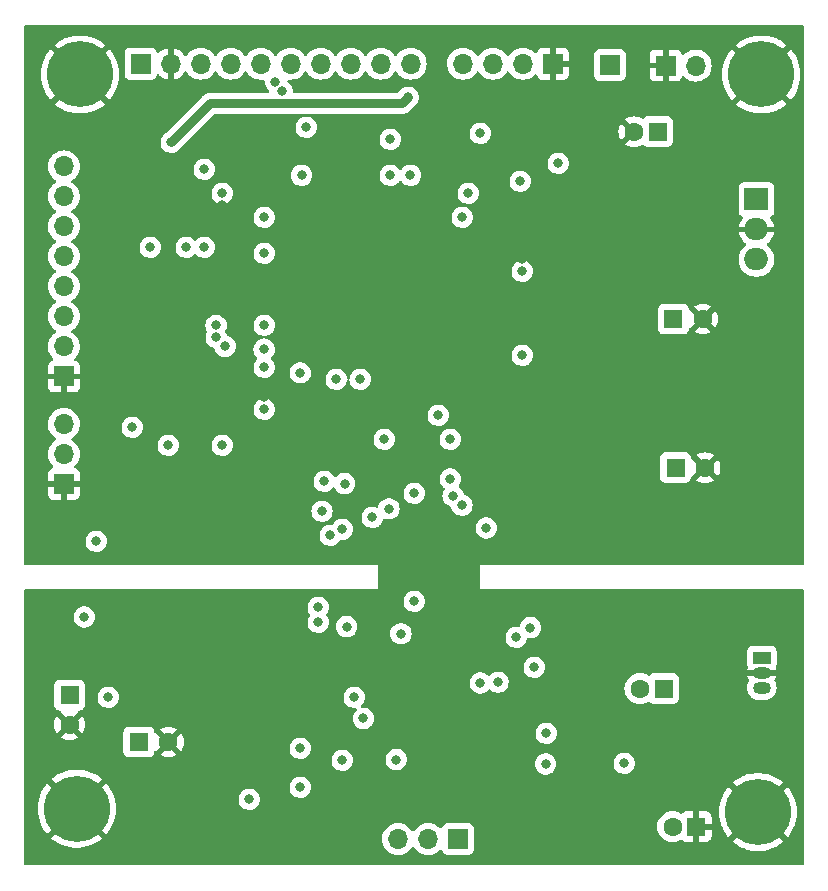
<source format=gbr>
%TF.GenerationSoftware,KiCad,Pcbnew,7.0.2*%
%TF.CreationDate,2023-11-01T23:53:07+01:00*%
%TF.ProjectId,stm_audio_board_V2,73746d5f-6175-4646-996f-5f626f617264,rev?*%
%TF.SameCoordinates,Original*%
%TF.FileFunction,Copper,L2,Inr*%
%TF.FilePolarity,Positive*%
%FSLAX46Y46*%
G04 Gerber Fmt 4.6, Leading zero omitted, Abs format (unit mm)*
G04 Created by KiCad (PCBNEW 7.0.2) date 2023-11-01 23:53:07*
%MOMM*%
%LPD*%
G01*
G04 APERTURE LIST*
%TA.AperFunction,ComponentPad*%
%ADD10C,5.600000*%
%TD*%
%TA.AperFunction,ComponentPad*%
%ADD11R,2.000000X1.905000*%
%TD*%
%TA.AperFunction,ComponentPad*%
%ADD12O,2.000000X1.905000*%
%TD*%
%TA.AperFunction,ComponentPad*%
%ADD13R,1.500000X1.050000*%
%TD*%
%TA.AperFunction,ComponentPad*%
%ADD14O,1.500000X1.050000*%
%TD*%
%TA.AperFunction,ComponentPad*%
%ADD15R,1.700000X1.700000*%
%TD*%
%TA.AperFunction,ComponentPad*%
%ADD16O,1.700000X1.700000*%
%TD*%
%TA.AperFunction,ComponentPad*%
%ADD17R,1.600000X1.600000*%
%TD*%
%TA.AperFunction,ComponentPad*%
%ADD18C,1.600000*%
%TD*%
%TA.AperFunction,ViaPad*%
%ADD19C,0.800000*%
%TD*%
%TA.AperFunction,Conductor*%
%ADD20C,0.762000*%
%TD*%
G04 APERTURE END LIST*
D10*
%TO.N,GND*%
%TO.C,H2*%
X245003000Y-112333000D03*
%TD*%
D11*
%TO.N,PWR_INPUT_12V-18V*%
%TO.C,U3*%
X244877000Y-60471000D03*
D12*
%TO.N,GND*%
X244877000Y-63011000D03*
%TO.N,5V*%
X244877000Y-65551000D03*
%TD*%
D13*
%TO.N,Net-(D3-K)*%
%TO.C,U6*%
X245325000Y-99275000D03*
D14*
%TO.N,GND*%
X245325000Y-100545000D03*
%TO.N,+9V*%
X245325000Y-101815000D03*
%TD*%
D15*
%TO.N,TAP_TEMPO_INPUT*%
%TO.C,J4*%
X232457000Y-49069000D03*
%TD*%
%TO.N,+3.3V*%
%TO.C,J5*%
X192739000Y-48975000D03*
D16*
%TO.N,GND*%
X195279000Y-48975000D03*
%TO.N,DISPLAY_CS*%
X197819000Y-48975000D03*
%TO.N,DISPLAY_RST*%
X200359000Y-48975000D03*
%TO.N,DISPLAY_DC*%
X202899000Y-48975000D03*
%TO.N,DISPLAY_MOSI*%
X205439000Y-48975000D03*
%TO.N,DISPLAY_SCK*%
X207979000Y-48975000D03*
%TO.N,DISPLAY_MISO*%
X210519000Y-48975000D03*
%TO.N,TOUCH_CS*%
X213059000Y-48975000D03*
%TO.N,TOUCH_IRQ*%
X215599000Y-48975000D03*
%TD*%
D10*
%TO.N,GND*%
%TO.C,H4*%
X187599000Y-49887000D03*
%TD*%
%TO.N,GND*%
%TO.C,H3*%
X245278000Y-49887000D03*
%TD*%
%TO.N,GND*%
%TO.C,H1*%
X187324000Y-112058000D03*
%TD*%
D15*
%TO.N,GND*%
%TO.C,J6*%
X186229000Y-84563000D03*
D16*
%TO.N,POT_EXT*%
X186229000Y-82023000D03*
%TO.N,+3.3V*%
X186229000Y-79483000D03*
%TD*%
D15*
%TO.N,GND*%
%TO.C,J7*%
X186229000Y-75455000D03*
D16*
%TO.N,+3.3V*%
X186229000Y-72915000D03*
%TO.N,POT6*%
X186229000Y-70375000D03*
%TO.N,POT5*%
X186229000Y-67835000D03*
%TO.N,POT4*%
X186229000Y-65295000D03*
%TO.N,POT3*%
X186229000Y-62755000D03*
%TO.N,POT2*%
X186229000Y-60215000D03*
%TO.N,POT1*%
X186229000Y-57675000D03*
%TD*%
D15*
%TO.N,GND*%
%TO.C,J1*%
X237187000Y-49127000D03*
D16*
%TO.N,PWR_INPUT_12V-18V*%
X239727000Y-49127000D03*
%TD*%
D15*
%TO.N,GND*%
%TO.C,J2*%
X227633000Y-48975000D03*
D16*
%TO.N,SWDIO*%
X225093000Y-48975000D03*
%TO.N,SWCLK*%
X222553000Y-48975000D03*
%TO.N,+3.3V*%
X220013000Y-48975000D03*
%TD*%
D15*
%TO.N,GUITAR_IN*%
%TO.C,J3*%
X219613000Y-114601000D03*
D16*
%TO.N,GUITAR_OUT_L{slash}MONO*%
X217073000Y-114601000D03*
%TO.N,GUITAR_OUT_R*%
X214533000Y-114601000D03*
%TD*%
D17*
%TO.N,PWR_INPUT_12V-18V*%
%TO.C,C13*%
X236498241Y-54733000D03*
D18*
%TO.N,GND*%
X234498241Y-54733000D03*
%TD*%
D17*
%TO.N,+3.3VA*%
%TO.C,C29*%
X192583000Y-106401759D03*
D18*
%TO.N,GND*%
X195083000Y-106401759D03*
%TD*%
D17*
%TO.N,Net-(D2-K)*%
%TO.C,C28*%
X186714241Y-102437000D03*
D18*
%TO.N,GND*%
X186714241Y-104937000D03*
%TD*%
D17*
%TO.N,5V*%
%TO.C,C70*%
X237843000Y-70587759D03*
D18*
%TO.N,GND*%
X240343000Y-70587759D03*
%TD*%
D17*
%TO.N,Net-(7660S1-CAP+)*%
%TO.C,C76*%
X237006241Y-101881000D03*
D18*
%TO.N,Net-(7660S1-CAP-)*%
X235006241Y-101881000D03*
%TD*%
D17*
%TO.N,GND*%
%TO.C,C77*%
X239773000Y-113562241D03*
D18*
%TO.N,-9V*%
X237773000Y-113562241D03*
%TD*%
D17*
%TO.N,+3.3V*%
%TO.C,C71*%
X238022241Y-83181000D03*
D18*
%TO.N,GND*%
X240522241Y-83181000D03*
%TD*%
D19*
%TO.N,GND*%
X210312000Y-98298000D03*
X225044000Y-72346000D03*
X242316000Y-77216000D03*
X207772000Y-68580000D03*
X240284000Y-74676000D03*
X202184000Y-83312000D03*
X194056000Y-94996000D03*
X192024000Y-70104000D03*
X235712000Y-69088000D03*
X233172000Y-93980000D03*
X192532000Y-98044000D03*
X198120000Y-59436000D03*
X237744000Y-61976000D03*
X242316000Y-73152000D03*
X234696000Y-93980000D03*
X240284000Y-78740000D03*
X213360000Y-95758000D03*
X222504000Y-86868000D03*
X198374000Y-109220000D03*
X236220000Y-65024000D03*
X199644000Y-64008000D03*
X242824000Y-61976000D03*
X231140000Y-75692000D03*
X192532000Y-94996000D03*
X243840000Y-106172000D03*
X244348000Y-73152000D03*
X236220000Y-63500000D03*
X234188000Y-64008000D03*
X242824000Y-59944000D03*
X195580000Y-70803500D03*
X231648000Y-114808000D03*
X231137500Y-70612000D03*
X207772000Y-74168000D03*
X215075500Y-83820000D03*
X242316000Y-78740000D03*
X194056000Y-98044000D03*
X192024000Y-61976000D03*
X216408000Y-55372000D03*
X239268000Y-63500000D03*
X195072000Y-87376000D03*
X217678000Y-86614000D03*
X221488000Y-98044000D03*
X203200000Y-77216000D03*
X238252000Y-106680000D03*
X225044000Y-75184000D03*
X221996000Y-80264000D03*
X244348000Y-69088000D03*
X244348000Y-78740000D03*
X209804000Y-112014000D03*
X192532000Y-99568000D03*
X228600000Y-77724000D03*
X237744000Y-66548000D03*
X198628000Y-105156000D03*
X234188000Y-70612000D03*
X208280000Y-77216000D03*
X236220000Y-66548000D03*
X224274387Y-101505029D03*
X233680000Y-69088000D03*
X225044000Y-70612000D03*
X213360000Y-102616000D03*
X219456000Y-102362000D03*
X199644000Y-65532000D03*
X242316000Y-74676000D03*
X237744000Y-63500000D03*
X185928000Y-87376000D03*
X213868000Y-78740000D03*
X198628000Y-74168000D03*
X234696000Y-94996000D03*
X231648000Y-105156000D03*
X236220000Y-59944000D03*
X196437523Y-111960705D03*
X237744000Y-65024000D03*
X199644000Y-66548000D03*
X194056000Y-96520000D03*
X242824000Y-67564000D03*
X246380000Y-94996000D03*
X240284000Y-95504000D03*
X245872000Y-69088000D03*
X219964000Y-107887500D03*
X236220000Y-61976000D03*
X234188000Y-59944000D03*
X196088000Y-94996000D03*
X203008424Y-55563576D03*
X245872000Y-67564000D03*
X234188000Y-61976000D03*
X199644000Y-60960000D03*
X226568000Y-55880000D03*
X244348000Y-67564000D03*
X240284000Y-73152000D03*
X204470000Y-100330000D03*
X224028000Y-53340000D03*
X219456000Y-94488000D03*
X224698128Y-95918628D03*
X212852000Y-110744000D03*
X227076000Y-87884000D03*
X192532000Y-96520000D03*
X212852000Y-54356000D03*
X242824000Y-69088000D03*
X196596000Y-101092000D03*
X240284000Y-77216000D03*
X233172000Y-94996000D03*
X204724000Y-61976000D03*
X204724000Y-68580000D03*
X225044000Y-65532000D03*
X229209250Y-100177250D03*
X225044000Y-68580000D03*
X240284000Y-89916000D03*
X242316000Y-75798000D03*
X213360000Y-91948000D03*
X183896000Y-97028000D03*
X191516000Y-58928000D03*
X191516000Y-66548000D03*
X242824000Y-63500000D03*
X240284000Y-75798000D03*
X242824000Y-65024000D03*
%TO.N,DISPLAY_CS*%
X198120000Y-57912000D03*
%TO.N,DISPLAY_RST*%
X206360613Y-58420000D03*
%TO.N,DISPLAY_DC*%
X199644000Y-59944000D03*
%TO.N,DISPLAY_SCK*%
X204136671Y-50499267D03*
%TO.N,5V*%
X188976000Y-89408000D03*
%TO.N,Net-(D2-K)*%
X187960000Y-95813000D03*
%TO.N,DISPLAY_MISO*%
X204724000Y-51308000D03*
%TO.N,+3.3V*%
X206248000Y-75146500D03*
X221996000Y-88285000D03*
X203200000Y-65024000D03*
X203200000Y-71120000D03*
X213868000Y-55372000D03*
X195326000Y-55626000D03*
X215571500Y-58420000D03*
X203200000Y-61976000D03*
X225044000Y-73660000D03*
X199644000Y-81280000D03*
X215392000Y-51816000D03*
X212344000Y-87376000D03*
X213360000Y-80772000D03*
X203200000Y-78232000D03*
X213868000Y-58420000D03*
%TO.N,Net-(U4A-+)*%
X223012000Y-101346000D03*
%TO.N,AD1939_I2S2_SDO*%
X219938500Y-86360000D03*
X218948000Y-80772000D03*
X209296000Y-75692000D03*
X211328000Y-75692000D03*
%TO.N,AD1939_I2S1_SDI*%
X217932000Y-78740000D03*
X215900000Y-85344000D03*
%TO.N,AD1939_SPI3_MOSI*%
X208280000Y-84328000D03*
X208088500Y-86868000D03*
%TO.N,AD1939_I2S2_CK*%
X219188622Y-85584622D03*
X218948000Y-84136500D03*
%TO.N,AD1939_SPI3_CLK*%
X209804000Y-88392000D03*
X219964000Y-61976000D03*
%TO.N,AD1939_SPI3_MISO*%
X213763211Y-86656289D03*
X220472000Y-59944000D03*
%TO.N,AD1939_SPI_CS*%
X208788000Y-88900000D03*
X210005833Y-84529833D03*
%TO.N,AD1939_CM*%
X214376000Y-107887500D03*
X211601000Y-104413000D03*
%TO.N,+3.3VA*%
X210171622Y-96633622D03*
X189992000Y-102616000D03*
X214771000Y-97233494D03*
%TO.N,EXT_INT_BUTTON*%
X225044000Y-66548000D03*
%TO.N,AD1939_MCLKI*%
X224536000Y-97536000D03*
%TO.N,AD1939_MCLKO*%
X225742000Y-96710000D03*
%TO.N,AD1939_LF*%
X226060000Y-100076000D03*
%TO.N,+9V*%
X201930000Y-111252000D03*
X227025721Y-108254279D03*
X227076000Y-105664000D03*
%TO.N,-9V*%
X210820000Y-102616000D03*
X233680000Y-108204000D03*
X221491442Y-101403096D03*
%TO.N,AD1939_FILTR*%
X215900000Y-94488000D03*
%TO.N,SWDIO*%
X228092000Y-57404000D03*
%TO.N,SWCLK*%
X221488000Y-54864000D03*
%TO.N,DAC2R*%
X207772000Y-94996000D03*
%TO.N,DAC2L*%
X207772000Y-96266000D03*
%TO.N,Net-(R23-Pad2)*%
X206248000Y-110236000D03*
%TO.N,/MCU/NRST*%
X203200000Y-74676000D03*
X195072000Y-81280000D03*
%TO.N,POT5*%
X199136000Y-72136000D03*
%TO.N,POT1*%
X198120000Y-64516000D03*
%TO.N,POT6*%
X199884622Y-72911378D03*
%TO.N,POT2*%
X196596000Y-64516000D03*
%TO.N,POT3*%
X193548000Y-64516000D03*
%TO.N,POT_EXT*%
X192024000Y-79756000D03*
X203195076Y-73156924D03*
%TO.N,POT4*%
X199120535Y-71135465D03*
%TO.N,Net-(U2A-+)*%
X209804000Y-107950000D03*
%TO.N,Net-(U2A--)*%
X206248000Y-106934000D03*
%TO.N,Net-(C1-Pad1)*%
X224872000Y-58928000D03*
X206756000Y-54356000D03*
%TD*%
D20*
%TO.N,+3.3V*%
X214884000Y-52324000D02*
X198628000Y-52324000D01*
X215392000Y-51816000D02*
X214884000Y-52324000D01*
X198628000Y-52324000D02*
X195326000Y-55626000D01*
%TD*%
%TA.AperFunction,Conductor*%
%TO.N,GND*%
G36*
X248862539Y-45740185D02*
G01*
X248908294Y-45792989D01*
X248919500Y-45844500D01*
X248919500Y-91316000D01*
X248899815Y-91383039D01*
X248847011Y-91428794D01*
X248795500Y-91440000D01*
X221488000Y-91440000D01*
X221488000Y-93472000D01*
X248795500Y-93472000D01*
X248862539Y-93491685D01*
X248908294Y-93544489D01*
X248919500Y-93596000D01*
X248919500Y-116715500D01*
X248899815Y-116782539D01*
X248847011Y-116828294D01*
X248795500Y-116839500D01*
X183004500Y-116839500D01*
X182937461Y-116819815D01*
X182891706Y-116767011D01*
X182880500Y-116715500D01*
X182880500Y-112061356D01*
X184019335Y-112061356D01*
X184038343Y-112411958D01*
X184039069Y-112418630D01*
X184095874Y-112765130D01*
X184097317Y-112771684D01*
X184191251Y-113110001D01*
X184193396Y-113116368D01*
X184323360Y-113442552D01*
X184326169Y-113448626D01*
X184490649Y-113758868D01*
X184494102Y-113764606D01*
X184691147Y-114055225D01*
X184695207Y-114060566D01*
X184820441Y-114208003D01*
X184820442Y-114208004D01*
X186026266Y-113002180D01*
X186189130Y-113192870D01*
X186379818Y-113355732D01*
X185171255Y-114564295D01*
X185182047Y-114574518D01*
X185187157Y-114578858D01*
X185466694Y-114791357D01*
X185472240Y-114795117D01*
X185773099Y-114976137D01*
X185779038Y-114979285D01*
X186097695Y-115126712D01*
X186103937Y-115129199D01*
X186436684Y-115241315D01*
X186443129Y-115243104D01*
X186786053Y-115318588D01*
X186792677Y-115319674D01*
X187141740Y-115357636D01*
X187148437Y-115358000D01*
X187499563Y-115358000D01*
X187506259Y-115357636D01*
X187855322Y-115319674D01*
X187861946Y-115318588D01*
X188204870Y-115243104D01*
X188211315Y-115241315D01*
X188544062Y-115129199D01*
X188550304Y-115126712D01*
X188868961Y-114979285D01*
X188874900Y-114976137D01*
X189175759Y-114795117D01*
X189181305Y-114791357D01*
X189431716Y-114601000D01*
X213177340Y-114601000D01*
X213197936Y-114836407D01*
X213235377Y-114976137D01*
X213259097Y-115064663D01*
X213358965Y-115278830D01*
X213494505Y-115472401D01*
X213661599Y-115639495D01*
X213855170Y-115775035D01*
X214069337Y-115874903D01*
X214297592Y-115936063D01*
X214532999Y-115956659D01*
X214532999Y-115956658D01*
X214533000Y-115956659D01*
X214768408Y-115936063D01*
X214996663Y-115874903D01*
X215210830Y-115775035D01*
X215404401Y-115639495D01*
X215571495Y-115472401D01*
X215701427Y-115286838D01*
X215756001Y-115243216D01*
X215825499Y-115236022D01*
X215887854Y-115267545D01*
X215904572Y-115286838D01*
X216034505Y-115472401D01*
X216201599Y-115639495D01*
X216395170Y-115775035D01*
X216609337Y-115874903D01*
X216837592Y-115936063D01*
X217073000Y-115956659D01*
X217308408Y-115936063D01*
X217536663Y-115874903D01*
X217750830Y-115775035D01*
X217944401Y-115639495D01*
X218066329Y-115517566D01*
X218127648Y-115484084D01*
X218197340Y-115489068D01*
X218253274Y-115530939D01*
X218270189Y-115561916D01*
X218319204Y-115693331D01*
X218405454Y-115808546D01*
X218520669Y-115894796D01*
X218655517Y-115945091D01*
X218715127Y-115951500D01*
X220510872Y-115951499D01*
X220570483Y-115945091D01*
X220705331Y-115894796D01*
X220820546Y-115808546D01*
X220906796Y-115693331D01*
X220957091Y-115558483D01*
X220963500Y-115498873D01*
X220963499Y-113703128D01*
X220957091Y-113643517D01*
X220926777Y-113562241D01*
X236467531Y-113562241D01*
X236487364Y-113788930D01*
X236546261Y-114008738D01*
X236642432Y-114214976D01*
X236772953Y-114401381D01*
X236933859Y-114562287D01*
X237120264Y-114692808D01*
X237120265Y-114692808D01*
X237120266Y-114692809D01*
X237326504Y-114788980D01*
X237546308Y-114847876D01*
X237773000Y-114867709D01*
X237999692Y-114847876D01*
X238219496Y-114788980D01*
X238425734Y-114692809D01*
X238438965Y-114683544D01*
X238505169Y-114661216D01*
X238572936Y-114678225D01*
X238609356Y-114710808D01*
X238615809Y-114719428D01*
X238730910Y-114805593D01*
X238865628Y-114855840D01*
X238921867Y-114861886D01*
X238928482Y-114862241D01*
X239523000Y-114862241D01*
X239523000Y-113877926D01*
X239534955Y-113889882D01*
X239647852Y-113947406D01*
X239741519Y-113962241D01*
X239804481Y-113962241D01*
X239898148Y-113947406D01*
X240011045Y-113889882D01*
X240023000Y-113877926D01*
X240023000Y-114862241D01*
X240617518Y-114862241D01*
X240624132Y-114861886D01*
X240680371Y-114855840D01*
X240815089Y-114805593D01*
X240930188Y-114719429D01*
X241016352Y-114604330D01*
X241066599Y-114469612D01*
X241072645Y-114413373D01*
X241073000Y-114406759D01*
X241073000Y-113812241D01*
X240088686Y-113812241D01*
X240100641Y-113800286D01*
X240158165Y-113687389D01*
X240177986Y-113562241D01*
X240158165Y-113437093D01*
X240100641Y-113324196D01*
X240088686Y-113312241D01*
X241073000Y-113312241D01*
X241073000Y-112717722D01*
X241072645Y-112711108D01*
X241066599Y-112654869D01*
X241016352Y-112520151D01*
X240930188Y-112405052D01*
X240838423Y-112336356D01*
X241698335Y-112336356D01*
X241717343Y-112686958D01*
X241718069Y-112693630D01*
X241774874Y-113040130D01*
X241776317Y-113046684D01*
X241870251Y-113385001D01*
X241872396Y-113391368D01*
X242002360Y-113717552D01*
X242005169Y-113723626D01*
X242169649Y-114033868D01*
X242173102Y-114039606D01*
X242370147Y-114330225D01*
X242374207Y-114335566D01*
X242499441Y-114483003D01*
X242499442Y-114483004D01*
X243705266Y-113277180D01*
X243868130Y-113467870D01*
X244058818Y-113630732D01*
X242850255Y-114839295D01*
X242861047Y-114849518D01*
X242866157Y-114853858D01*
X243145694Y-115066357D01*
X243151240Y-115070117D01*
X243452099Y-115251137D01*
X243458038Y-115254285D01*
X243776695Y-115401712D01*
X243782937Y-115404199D01*
X244115684Y-115516315D01*
X244122129Y-115518104D01*
X244465053Y-115593588D01*
X244471677Y-115594674D01*
X244820740Y-115632636D01*
X244827437Y-115633000D01*
X245178563Y-115633000D01*
X245185259Y-115632636D01*
X245534322Y-115594674D01*
X245540946Y-115593588D01*
X245883870Y-115518104D01*
X245890315Y-115516315D01*
X246223062Y-115404199D01*
X246229304Y-115401712D01*
X246547961Y-115254285D01*
X246553900Y-115251137D01*
X246854759Y-115070117D01*
X246860305Y-115066357D01*
X247139846Y-114853856D01*
X247144950Y-114849519D01*
X247155742Y-114839296D01*
X247155743Y-114839295D01*
X245947180Y-113630733D01*
X246137870Y-113467870D01*
X246300733Y-113277180D01*
X247506556Y-114483003D01*
X247506557Y-114483003D01*
X247631792Y-114335566D01*
X247635852Y-114330225D01*
X247832897Y-114039606D01*
X247836350Y-114033868D01*
X248000830Y-113723626D01*
X248003639Y-113717552D01*
X248133603Y-113391368D01*
X248135748Y-113385001D01*
X248229682Y-113046684D01*
X248231125Y-113040130D01*
X248287930Y-112693630D01*
X248288656Y-112686958D01*
X248307665Y-112336356D01*
X248307665Y-112329643D01*
X248288656Y-111979041D01*
X248287930Y-111972369D01*
X248231125Y-111625869D01*
X248229682Y-111619315D01*
X248135748Y-111280998D01*
X248133603Y-111274631D01*
X248003639Y-110948447D01*
X248000830Y-110942373D01*
X247836350Y-110632131D01*
X247832897Y-110626393D01*
X247635852Y-110335774D01*
X247631792Y-110330433D01*
X247506557Y-110182995D01*
X247506556Y-110182994D01*
X246300732Y-111388818D01*
X246137870Y-111198130D01*
X245947180Y-111035266D01*
X247155743Y-109826703D01*
X247144942Y-109816473D01*
X247139842Y-109812141D01*
X246860305Y-109599642D01*
X246854759Y-109595882D01*
X246553900Y-109414862D01*
X246547961Y-109411714D01*
X246229304Y-109264287D01*
X246223062Y-109261800D01*
X245890315Y-109149684D01*
X245883870Y-109147895D01*
X245540946Y-109072411D01*
X245534322Y-109071325D01*
X245185259Y-109033363D01*
X245178563Y-109033000D01*
X244827437Y-109033000D01*
X244820740Y-109033363D01*
X244471677Y-109071325D01*
X244465053Y-109072411D01*
X244122129Y-109147895D01*
X244115684Y-109149684D01*
X243782937Y-109261800D01*
X243776695Y-109264287D01*
X243458038Y-109411714D01*
X243452099Y-109414862D01*
X243151240Y-109595882D01*
X243145694Y-109599642D01*
X242866149Y-109812146D01*
X242861054Y-109816474D01*
X242850256Y-109826702D01*
X242850255Y-109826703D01*
X244058819Y-111035266D01*
X243868130Y-111198130D01*
X243705266Y-111388818D01*
X242499442Y-110182994D01*
X242499441Y-110182995D01*
X242374207Y-110330433D01*
X242370147Y-110335774D01*
X242173102Y-110626393D01*
X242169649Y-110632131D01*
X242005169Y-110942373D01*
X242002360Y-110948447D01*
X241872396Y-111274631D01*
X241870251Y-111280998D01*
X241776317Y-111619315D01*
X241774874Y-111625869D01*
X241718069Y-111972369D01*
X241717343Y-111979041D01*
X241698335Y-112329643D01*
X241698335Y-112336356D01*
X240838423Y-112336356D01*
X240815089Y-112318888D01*
X240680371Y-112268641D01*
X240624132Y-112262595D01*
X240617518Y-112262241D01*
X240023000Y-112262241D01*
X240023000Y-113246555D01*
X240011045Y-113234600D01*
X239898148Y-113177076D01*
X239804481Y-113162241D01*
X239741519Y-113162241D01*
X239647852Y-113177076D01*
X239534955Y-113234600D01*
X239523000Y-113246554D01*
X239523000Y-112262241D01*
X238928482Y-112262241D01*
X238921867Y-112262595D01*
X238865628Y-112268641D01*
X238730911Y-112318888D01*
X238615807Y-112405055D01*
X238609352Y-112413678D01*
X238553417Y-112455547D01*
X238483725Y-112460528D01*
X238438966Y-112440938D01*
X238425735Y-112431673D01*
X238219497Y-112335502D01*
X237999689Y-112276605D01*
X237773000Y-112256772D01*
X237546310Y-112276605D01*
X237326502Y-112335502D01*
X237120264Y-112431673D01*
X236933859Y-112562194D01*
X236772953Y-112723100D01*
X236642432Y-112909505D01*
X236546261Y-113115743D01*
X236487364Y-113335551D01*
X236467531Y-113562241D01*
X220926777Y-113562241D01*
X220906796Y-113508669D01*
X220820546Y-113393454D01*
X220705331Y-113307204D01*
X220570483Y-113256909D01*
X220510873Y-113250500D01*
X220507550Y-113250500D01*
X218718439Y-113250500D01*
X218718420Y-113250500D01*
X218715128Y-113250501D01*
X218711848Y-113250853D01*
X218711840Y-113250854D01*
X218655515Y-113256909D01*
X218520669Y-113307204D01*
X218405454Y-113393454D01*
X218319204Y-113508669D01*
X218270189Y-113640083D01*
X218228317Y-113696016D01*
X218162852Y-113720433D01*
X218094580Y-113705581D01*
X218066326Y-113684430D01*
X217944404Y-113562508D01*
X217944401Y-113562505D01*
X217750830Y-113426965D01*
X217536663Y-113327097D01*
X217475501Y-113310709D01*
X217308407Y-113265936D01*
X217072999Y-113245340D01*
X216837592Y-113265936D01*
X216609336Y-113327097D01*
X216395170Y-113426965D01*
X216201598Y-113562505D01*
X216034505Y-113729598D01*
X215904575Y-113915159D01*
X215849998Y-113958784D01*
X215780500Y-113965978D01*
X215718145Y-113934455D01*
X215701425Y-113915159D01*
X215571494Y-113729598D01*
X215404404Y-113562508D01*
X215404401Y-113562505D01*
X215210830Y-113426965D01*
X214996663Y-113327097D01*
X214935502Y-113310709D01*
X214768407Y-113265936D01*
X214532999Y-113245340D01*
X214297592Y-113265936D01*
X214069336Y-113327097D01*
X213855170Y-113426965D01*
X213661598Y-113562505D01*
X213494505Y-113729598D01*
X213358965Y-113923170D01*
X213259097Y-114137336D01*
X213197936Y-114365592D01*
X213177340Y-114601000D01*
X189431716Y-114601000D01*
X189460846Y-114578856D01*
X189465950Y-114574519D01*
X189476742Y-114564296D01*
X189476743Y-114564295D01*
X188268180Y-113355733D01*
X188458870Y-113192870D01*
X188621733Y-113002180D01*
X189827556Y-114208003D01*
X189827557Y-114208003D01*
X189952792Y-114060566D01*
X189956852Y-114055225D01*
X190153897Y-113764606D01*
X190157350Y-113758868D01*
X190321830Y-113448626D01*
X190324639Y-113442552D01*
X190454603Y-113116368D01*
X190456748Y-113110001D01*
X190550682Y-112771684D01*
X190552125Y-112765130D01*
X190608930Y-112418630D01*
X190609656Y-112411958D01*
X190628665Y-112061356D01*
X190628665Y-112054643D01*
X190609656Y-111704041D01*
X190608930Y-111697369D01*
X190552125Y-111350869D01*
X190550682Y-111344315D01*
X190525050Y-111251999D01*
X201024540Y-111251999D01*
X201044326Y-111440257D01*
X201102820Y-111620284D01*
X201197466Y-111784216D01*
X201324129Y-111924889D01*
X201477269Y-112036151D01*
X201650197Y-112113144D01*
X201835352Y-112152500D01*
X201835354Y-112152500D01*
X202024648Y-112152500D01*
X202148084Y-112126262D01*
X202209803Y-112113144D01*
X202382730Y-112036151D01*
X202460777Y-111979447D01*
X202535870Y-111924889D01*
X202662533Y-111784216D01*
X202757179Y-111620284D01*
X202776102Y-111562044D01*
X202815674Y-111440256D01*
X202835460Y-111252000D01*
X202815674Y-111063744D01*
X202776238Y-110942373D01*
X202757179Y-110883715D01*
X202662533Y-110719783D01*
X202535870Y-110579110D01*
X202382730Y-110467848D01*
X202209802Y-110390855D01*
X202024648Y-110351500D01*
X202024646Y-110351500D01*
X201835354Y-110351500D01*
X201835352Y-110351500D01*
X201650197Y-110390855D01*
X201477269Y-110467848D01*
X201324129Y-110579110D01*
X201197466Y-110719783D01*
X201102820Y-110883715D01*
X201044326Y-111063742D01*
X201024540Y-111251999D01*
X190525050Y-111251999D01*
X190456748Y-111005998D01*
X190454603Y-110999631D01*
X190324639Y-110673447D01*
X190321830Y-110667373D01*
X190157350Y-110357131D01*
X190153897Y-110351393D01*
X190075658Y-110236000D01*
X205342540Y-110236000D01*
X205362326Y-110424257D01*
X205420820Y-110604284D01*
X205515466Y-110768216D01*
X205642129Y-110908889D01*
X205795269Y-111020151D01*
X205968197Y-111097144D01*
X206153352Y-111136500D01*
X206153354Y-111136500D01*
X206342648Y-111136500D01*
X206466084Y-111110262D01*
X206527803Y-111097144D01*
X206700730Y-111020151D01*
X206720210Y-111005998D01*
X206853870Y-110908889D01*
X206980533Y-110768216D01*
X207075179Y-110604284D01*
X207083358Y-110579112D01*
X207133674Y-110424256D01*
X207153460Y-110236000D01*
X207133674Y-110047744D01*
X207075179Y-109867716D01*
X207075179Y-109867715D01*
X206980533Y-109703783D01*
X206853870Y-109563110D01*
X206700730Y-109451848D01*
X206527802Y-109374855D01*
X206342648Y-109335500D01*
X206342646Y-109335500D01*
X206153354Y-109335500D01*
X206153352Y-109335500D01*
X205968197Y-109374855D01*
X205795269Y-109451848D01*
X205642129Y-109563110D01*
X205515466Y-109703783D01*
X205420820Y-109867715D01*
X205362326Y-110047742D01*
X205342540Y-110236000D01*
X190075658Y-110236000D01*
X189956852Y-110060774D01*
X189952792Y-110055433D01*
X189827557Y-109907995D01*
X189827556Y-109907994D01*
X188621732Y-111113818D01*
X188458870Y-110923130D01*
X188268180Y-110760266D01*
X189476743Y-109551703D01*
X189465942Y-109541473D01*
X189460842Y-109537141D01*
X189181305Y-109324642D01*
X189175759Y-109320882D01*
X188874900Y-109139862D01*
X188868961Y-109136714D01*
X188550304Y-108989287D01*
X188544062Y-108986800D01*
X188211315Y-108874684D01*
X188204870Y-108872895D01*
X187861946Y-108797411D01*
X187855322Y-108796325D01*
X187506259Y-108758363D01*
X187499563Y-108758000D01*
X187148437Y-108758000D01*
X187141740Y-108758363D01*
X186792677Y-108796325D01*
X186786053Y-108797411D01*
X186443129Y-108872895D01*
X186436684Y-108874684D01*
X186103937Y-108986800D01*
X186097695Y-108989287D01*
X185779038Y-109136714D01*
X185773099Y-109139862D01*
X185472240Y-109320882D01*
X185466694Y-109324642D01*
X185187149Y-109537146D01*
X185182054Y-109541474D01*
X185171256Y-109551702D01*
X185171255Y-109551703D01*
X186379819Y-110760266D01*
X186189130Y-110923130D01*
X186026266Y-111113818D01*
X184820442Y-109907994D01*
X184820441Y-109907995D01*
X184695207Y-110055433D01*
X184691147Y-110060774D01*
X184494102Y-110351393D01*
X184490649Y-110357131D01*
X184326169Y-110667373D01*
X184323360Y-110673447D01*
X184193396Y-110999631D01*
X184191251Y-111005998D01*
X184097317Y-111344315D01*
X184095874Y-111350869D01*
X184039069Y-111697369D01*
X184038343Y-111704041D01*
X184019335Y-112054643D01*
X184019335Y-112061356D01*
X182880500Y-112061356D01*
X182880500Y-107950000D01*
X208898540Y-107950000D01*
X208918326Y-108138257D01*
X208976820Y-108318284D01*
X209071466Y-108482216D01*
X209198129Y-108622889D01*
X209351269Y-108734151D01*
X209524197Y-108811144D01*
X209709352Y-108850500D01*
X209709354Y-108850500D01*
X209898648Y-108850500D01*
X210022084Y-108824262D01*
X210083803Y-108811144D01*
X210256730Y-108734151D01*
X210409871Y-108622888D01*
X210536533Y-108482216D01*
X210631179Y-108318284D01*
X210689674Y-108138256D01*
X210709460Y-107950000D01*
X210702891Y-107887500D01*
X213470540Y-107887500D01*
X213490326Y-108075757D01*
X213548820Y-108255784D01*
X213643466Y-108419716D01*
X213770129Y-108560389D01*
X213923269Y-108671651D01*
X214096197Y-108748644D01*
X214281352Y-108788000D01*
X214281354Y-108788000D01*
X214470648Y-108788000D01*
X214611786Y-108758000D01*
X214655803Y-108748644D01*
X214828730Y-108671651D01*
X214981870Y-108560389D01*
X215108533Y-108419716D01*
X215203179Y-108255784D01*
X215203668Y-108254279D01*
X226120261Y-108254279D01*
X226140047Y-108442536D01*
X226198541Y-108622563D01*
X226293187Y-108786495D01*
X226419850Y-108927168D01*
X226572990Y-109038430D01*
X226745918Y-109115423D01*
X226931073Y-109154779D01*
X226931075Y-109154779D01*
X227120369Y-109154779D01*
X227243804Y-109128541D01*
X227305524Y-109115423D01*
X227478451Y-109038430D01*
X227546091Y-108989287D01*
X227631591Y-108927168D01*
X227676864Y-108876888D01*
X227758254Y-108786495D01*
X227852900Y-108622563D01*
X227911395Y-108442535D01*
X227931181Y-108254279D01*
X227925896Y-108203999D01*
X232774540Y-108203999D01*
X232794326Y-108392257D01*
X232852820Y-108572284D01*
X232947466Y-108736216D01*
X233074129Y-108876889D01*
X233227269Y-108988151D01*
X233400197Y-109065144D01*
X233585352Y-109104500D01*
X233585354Y-109104500D01*
X233774648Y-109104500D01*
X233930723Y-109071325D01*
X233959803Y-109065144D01*
X234132730Y-108988151D01*
X234132729Y-108988150D01*
X234285870Y-108876889D01*
X234412533Y-108736216D01*
X234507179Y-108572284D01*
X234536444Y-108482216D01*
X234565674Y-108392256D01*
X234585460Y-108204000D01*
X234565674Y-108015744D01*
X234524005Y-107887500D01*
X234507179Y-107835715D01*
X234412533Y-107671783D01*
X234285870Y-107531110D01*
X234132730Y-107419848D01*
X233959802Y-107342855D01*
X233774648Y-107303500D01*
X233774646Y-107303500D01*
X233585354Y-107303500D01*
X233585352Y-107303500D01*
X233400197Y-107342855D01*
X233227269Y-107419848D01*
X233074129Y-107531110D01*
X232947466Y-107671783D01*
X232852820Y-107835715D01*
X232794326Y-108015742D01*
X232774540Y-108203999D01*
X227925896Y-108203999D01*
X227911395Y-108066023D01*
X227852900Y-107885995D01*
X227852900Y-107885994D01*
X227758254Y-107722062D01*
X227631591Y-107581389D01*
X227478451Y-107470127D01*
X227305523Y-107393134D01*
X227120369Y-107353779D01*
X227120367Y-107353779D01*
X226931075Y-107353779D01*
X226931073Y-107353779D01*
X226745918Y-107393134D01*
X226572990Y-107470127D01*
X226419850Y-107581389D01*
X226293187Y-107722062D01*
X226198541Y-107885994D01*
X226140047Y-108066021D01*
X226120261Y-108254279D01*
X215203668Y-108254279D01*
X215241366Y-108138256D01*
X215261674Y-108075756D01*
X215281460Y-107887500D01*
X215261674Y-107699244D01*
X215216205Y-107559305D01*
X215203179Y-107519215D01*
X215108533Y-107355283D01*
X214981870Y-107214610D01*
X214828730Y-107103348D01*
X214655802Y-107026355D01*
X214470648Y-106987000D01*
X214470646Y-106987000D01*
X214281354Y-106987000D01*
X214281352Y-106987000D01*
X214096197Y-107026355D01*
X213923269Y-107103348D01*
X213770129Y-107214610D01*
X213643466Y-107355283D01*
X213548820Y-107519215D01*
X213490326Y-107699242D01*
X213470540Y-107887500D01*
X210702891Y-107887500D01*
X210689674Y-107761744D01*
X210631179Y-107581716D01*
X210631179Y-107581715D01*
X210536533Y-107417783D01*
X210409870Y-107277110D01*
X210256730Y-107165848D01*
X210083802Y-107088855D01*
X209898648Y-107049500D01*
X209898646Y-107049500D01*
X209709354Y-107049500D01*
X209709352Y-107049500D01*
X209524197Y-107088855D01*
X209351269Y-107165848D01*
X209198129Y-107277110D01*
X209071466Y-107417783D01*
X208976820Y-107581715D01*
X208918326Y-107761742D01*
X208898540Y-107950000D01*
X182880500Y-107950000D01*
X182880500Y-107246337D01*
X191282500Y-107246337D01*
X191282501Y-107249631D01*
X191282853Y-107252911D01*
X191282854Y-107252918D01*
X191288909Y-107309243D01*
X191314056Y-107376665D01*
X191339204Y-107444090D01*
X191425454Y-107559305D01*
X191540669Y-107645555D01*
X191675517Y-107695850D01*
X191735127Y-107702259D01*
X193430872Y-107702258D01*
X193490483Y-107695850D01*
X193625331Y-107645555D01*
X193740546Y-107559305D01*
X193826796Y-107444090D01*
X193877091Y-107309242D01*
X193883500Y-107249632D01*
X193883499Y-107246284D01*
X193883549Y-107245371D01*
X193906791Y-107179480D01*
X193961966Y-107136614D01*
X194000115Y-107131089D01*
X194685046Y-106446158D01*
X194697835Y-106526907D01*
X194755359Y-106639804D01*
X194844955Y-106729400D01*
X194957852Y-106786924D01*
X195038599Y-106799712D01*
X194357526Y-107480784D01*
X194357526Y-107480785D01*
X194430515Y-107531892D01*
X194636673Y-107628025D01*
X194856397Y-107686900D01*
X195082999Y-107706725D01*
X195309602Y-107686900D01*
X195529326Y-107628025D01*
X195735480Y-107531893D01*
X195808472Y-107480784D01*
X195127401Y-106799712D01*
X195208148Y-106786924D01*
X195321045Y-106729400D01*
X195410641Y-106639804D01*
X195468165Y-106526907D01*
X195480953Y-106446158D01*
X196162025Y-107127231D01*
X196213134Y-107054239D01*
X196269203Y-106933999D01*
X205342540Y-106933999D01*
X205362326Y-107122257D01*
X205420820Y-107302284D01*
X205515466Y-107466216D01*
X205642129Y-107606889D01*
X205795269Y-107718151D01*
X205968197Y-107795144D01*
X206153352Y-107834500D01*
X206153354Y-107834500D01*
X206342648Y-107834500D01*
X206466084Y-107808262D01*
X206527803Y-107795144D01*
X206700730Y-107718151D01*
X206731426Y-107695849D01*
X206853870Y-107606889D01*
X206980533Y-107466216D01*
X207075179Y-107302284D01*
X207083358Y-107277112D01*
X207133674Y-107122256D01*
X207153460Y-106934000D01*
X207133674Y-106745744D01*
X207075179Y-106565716D01*
X207075179Y-106565715D01*
X206980533Y-106401783D01*
X206853870Y-106261110D01*
X206700730Y-106149848D01*
X206527802Y-106072855D01*
X206342648Y-106033500D01*
X206342646Y-106033500D01*
X206153354Y-106033500D01*
X206153352Y-106033500D01*
X205968197Y-106072855D01*
X205795269Y-106149848D01*
X205642129Y-106261110D01*
X205515466Y-106401783D01*
X205420820Y-106565715D01*
X205362326Y-106745742D01*
X205342540Y-106933999D01*
X196269203Y-106933999D01*
X196309266Y-106848085D01*
X196368141Y-106628361D01*
X196387966Y-106401758D01*
X196368141Y-106175156D01*
X196309266Y-105955432D01*
X196213133Y-105749274D01*
X196162025Y-105676285D01*
X195480953Y-106357356D01*
X195468165Y-106276611D01*
X195410641Y-106163714D01*
X195321045Y-106074118D01*
X195208148Y-106016594D01*
X195127400Y-106003805D01*
X195467206Y-105663999D01*
X226170540Y-105663999D01*
X226190326Y-105852257D01*
X226248820Y-106032284D01*
X226343466Y-106196216D01*
X226470129Y-106336889D01*
X226623269Y-106448151D01*
X226796197Y-106525144D01*
X226981352Y-106564500D01*
X226981354Y-106564500D01*
X227170648Y-106564500D01*
X227294083Y-106538262D01*
X227355803Y-106525144D01*
X227528730Y-106448151D01*
X227592550Y-106401783D01*
X227681870Y-106336889D01*
X227808533Y-106196216D01*
X227903179Y-106032284D01*
X227928150Y-105955432D01*
X227961674Y-105852256D01*
X227981460Y-105664000D01*
X227961674Y-105475744D01*
X227916593Y-105337000D01*
X227903179Y-105295715D01*
X227808533Y-105131783D01*
X227681870Y-104991110D01*
X227528730Y-104879848D01*
X227355802Y-104802855D01*
X227170648Y-104763500D01*
X227170646Y-104763500D01*
X226981354Y-104763500D01*
X226981352Y-104763500D01*
X226796197Y-104802855D01*
X226623269Y-104879848D01*
X226470129Y-104991110D01*
X226343466Y-105131783D01*
X226248820Y-105295715D01*
X226190326Y-105475742D01*
X226170540Y-105663999D01*
X195467206Y-105663999D01*
X195808472Y-105322733D01*
X195808471Y-105322731D01*
X195735484Y-105271625D01*
X195529326Y-105175492D01*
X195309602Y-105116617D01*
X195082999Y-105096792D01*
X194856397Y-105116617D01*
X194636672Y-105175492D01*
X194430516Y-105271624D01*
X194357527Y-105322732D01*
X194357526Y-105322732D01*
X195038600Y-106003805D01*
X194957852Y-106016594D01*
X194844955Y-106074118D01*
X194755359Y-106163714D01*
X194697835Y-106276611D01*
X194685046Y-106357357D01*
X193998843Y-105671156D01*
X193949677Y-105661274D01*
X193899494Y-105612658D01*
X193883548Y-105558138D01*
X193883499Y-105557221D01*
X193883499Y-105553887D01*
X193877091Y-105494276D01*
X193826796Y-105359428D01*
X193740546Y-105244213D01*
X193625331Y-105157963D01*
X193490483Y-105107668D01*
X193430873Y-105101259D01*
X193427550Y-105101259D01*
X191738439Y-105101259D01*
X191738420Y-105101259D01*
X191735128Y-105101260D01*
X191731848Y-105101612D01*
X191731840Y-105101613D01*
X191675515Y-105107668D01*
X191540669Y-105157963D01*
X191425454Y-105244213D01*
X191339204Y-105359427D01*
X191288910Y-105494274D01*
X191288909Y-105494276D01*
X191282500Y-105553886D01*
X191282500Y-105557207D01*
X191282500Y-105557208D01*
X191282500Y-107246319D01*
X191282500Y-107246337D01*
X182880500Y-107246337D01*
X182880500Y-104937000D01*
X185409274Y-104937000D01*
X185429099Y-105163602D01*
X185487974Y-105383326D01*
X185584107Y-105589484D01*
X185635213Y-105662471D01*
X185635214Y-105662472D01*
X186316287Y-104981399D01*
X186329076Y-105062148D01*
X186386600Y-105175045D01*
X186476196Y-105264641D01*
X186589093Y-105322165D01*
X186669840Y-105334953D01*
X185988767Y-106016025D01*
X185988767Y-106016026D01*
X186061756Y-106067133D01*
X186267914Y-106163266D01*
X186487638Y-106222141D01*
X186714240Y-106241966D01*
X186940843Y-106222141D01*
X187160567Y-106163266D01*
X187366721Y-106067134D01*
X187439713Y-106016025D01*
X186758642Y-105334953D01*
X186839389Y-105322165D01*
X186952286Y-105264641D01*
X187041882Y-105175045D01*
X187099406Y-105062148D01*
X187112194Y-104981400D01*
X187793266Y-105662472D01*
X187844375Y-105589480D01*
X187940507Y-105383326D01*
X187999382Y-105163602D01*
X188019207Y-104937000D01*
X187999382Y-104710397D01*
X187940507Y-104490673D01*
X187844374Y-104284515D01*
X187793266Y-104211526D01*
X187112194Y-104892598D01*
X187099406Y-104811852D01*
X187041882Y-104698955D01*
X186952286Y-104609359D01*
X186839389Y-104551835D01*
X186758641Y-104539046D01*
X187444841Y-103852845D01*
X187454722Y-103803679D01*
X187503337Y-103753496D01*
X187557862Y-103737548D01*
X187558777Y-103737499D01*
X187562113Y-103737499D01*
X187621724Y-103731091D01*
X187756572Y-103680796D01*
X187871787Y-103594546D01*
X187958037Y-103479331D01*
X188008332Y-103344483D01*
X188014741Y-103284873D01*
X188014741Y-102616000D01*
X189086540Y-102616000D01*
X189106326Y-102804257D01*
X189164820Y-102984284D01*
X189259466Y-103148216D01*
X189386129Y-103288889D01*
X189539269Y-103400151D01*
X189712197Y-103477144D01*
X189897352Y-103516500D01*
X189897354Y-103516500D01*
X190086648Y-103516500D01*
X190210084Y-103490262D01*
X190271803Y-103477144D01*
X190444730Y-103400151D01*
X190485055Y-103370853D01*
X190597870Y-103288889D01*
X190694884Y-103181145D01*
X190724533Y-103148216D01*
X190819179Y-102984284D01*
X190877674Y-102804256D01*
X190897460Y-102616000D01*
X190897460Y-102615999D01*
X209914540Y-102615999D01*
X209934326Y-102804257D01*
X209992820Y-102984284D01*
X210087466Y-103148216D01*
X210214129Y-103288889D01*
X210367269Y-103400151D01*
X210540197Y-103477144D01*
X210725352Y-103516500D01*
X210921271Y-103516500D01*
X210988310Y-103536185D01*
X211034065Y-103588989D01*
X211044009Y-103658147D01*
X211014984Y-103721703D01*
X210996092Y-103739041D01*
X210868466Y-103880783D01*
X210773820Y-104044715D01*
X210715326Y-104224742D01*
X210695540Y-104413000D01*
X210715326Y-104601257D01*
X210773820Y-104781284D01*
X210868466Y-104945216D01*
X210995129Y-105085889D01*
X211148269Y-105197151D01*
X211321197Y-105274144D01*
X211506352Y-105313500D01*
X211506354Y-105313500D01*
X211695648Y-105313500D01*
X211819084Y-105287262D01*
X211880803Y-105274144D01*
X212053730Y-105197151D01*
X212084156Y-105175045D01*
X212206870Y-105085889D01*
X212333533Y-104945216D01*
X212428179Y-104781284D01*
X212433957Y-104763500D01*
X212486674Y-104601256D01*
X212506460Y-104413000D01*
X212486674Y-104224744D01*
X212428179Y-104044716D01*
X212428179Y-104044715D01*
X212333533Y-103880783D01*
X212206870Y-103740110D01*
X212053730Y-103628848D01*
X211880802Y-103551855D01*
X211695648Y-103512500D01*
X211695646Y-103512500D01*
X211506354Y-103512500D01*
X211499729Y-103512500D01*
X211432690Y-103492815D01*
X211386935Y-103440011D01*
X211376991Y-103370853D01*
X211406016Y-103307297D01*
X211424907Y-103289958D01*
X211425869Y-103288889D01*
X211425871Y-103288888D01*
X211552533Y-103148216D01*
X211647179Y-102984284D01*
X211705674Y-102804256D01*
X211725460Y-102616000D01*
X211705674Y-102427744D01*
X211647179Y-102247716D01*
X211647179Y-102247715D01*
X211552533Y-102083783D01*
X211425870Y-101943110D01*
X211272730Y-101831848D01*
X211099802Y-101754855D01*
X210914648Y-101715500D01*
X210914646Y-101715500D01*
X210725354Y-101715500D01*
X210725352Y-101715500D01*
X210540197Y-101754855D01*
X210367269Y-101831848D01*
X210214129Y-101943110D01*
X210087466Y-102083783D01*
X209992820Y-102247715D01*
X209934326Y-102427742D01*
X209914540Y-102615999D01*
X190897460Y-102615999D01*
X190877674Y-102427744D01*
X190819179Y-102247716D01*
X190819179Y-102247715D01*
X190724533Y-102083783D01*
X190597870Y-101943110D01*
X190444730Y-101831848D01*
X190271802Y-101754855D01*
X190086648Y-101715500D01*
X190086646Y-101715500D01*
X189897354Y-101715500D01*
X189897352Y-101715500D01*
X189712197Y-101754855D01*
X189539269Y-101831848D01*
X189386129Y-101943110D01*
X189259466Y-102083783D01*
X189164820Y-102247715D01*
X189106326Y-102427742D01*
X189086540Y-102616000D01*
X188014741Y-102616000D01*
X188014740Y-101589128D01*
X188008332Y-101529517D01*
X187961180Y-101403096D01*
X220585982Y-101403096D01*
X220605768Y-101591353D01*
X220664262Y-101771380D01*
X220758908Y-101935312D01*
X220885571Y-102075985D01*
X221038711Y-102187247D01*
X221211639Y-102264240D01*
X221396794Y-102303596D01*
X221396796Y-102303596D01*
X221586090Y-102303596D01*
X221709526Y-102277358D01*
X221771245Y-102264240D01*
X221944172Y-102187247D01*
X222053675Y-102107689D01*
X222097312Y-102075985D01*
X222097313Y-102075984D01*
X222185276Y-101978291D01*
X222244761Y-101941643D01*
X222314618Y-101942973D01*
X222369574Y-101978291D01*
X222406129Y-102018888D01*
X222559269Y-102130151D01*
X222732197Y-102207144D01*
X222917352Y-102246500D01*
X222917354Y-102246500D01*
X223106648Y-102246500D01*
X223281457Y-102209343D01*
X223291803Y-102207144D01*
X223464730Y-102130151D01*
X223528550Y-102083783D01*
X223617870Y-102018889D01*
X223742026Y-101881000D01*
X233700772Y-101881000D01*
X233720605Y-102107689D01*
X233779502Y-102327497D01*
X233875673Y-102533735D01*
X234006194Y-102720140D01*
X234167100Y-102881046D01*
X234353505Y-103011567D01*
X234353506Y-103011567D01*
X234353507Y-103011568D01*
X234559745Y-103107739D01*
X234779549Y-103166635D01*
X235006241Y-103186468D01*
X235232933Y-103166635D01*
X235452737Y-103107739D01*
X235658975Y-103011568D01*
X235671796Y-103002590D01*
X235737999Y-102980262D01*
X235805767Y-102997270D01*
X235842186Y-103029852D01*
X235848693Y-103038544D01*
X235848694Y-103038544D01*
X235848695Y-103038546D01*
X235963910Y-103124796D01*
X236098758Y-103175091D01*
X236158368Y-103181500D01*
X237854113Y-103181499D01*
X237913724Y-103175091D01*
X238048572Y-103124796D01*
X238163787Y-103038546D01*
X238250037Y-102923331D01*
X238300332Y-102788483D01*
X238306741Y-102728873D01*
X238306740Y-101815000D01*
X244069538Y-101815000D01*
X244089337Y-102016031D01*
X244089338Y-102016033D01*
X244147977Y-102209341D01*
X244243202Y-102387494D01*
X244276233Y-102427742D01*
X244371352Y-102543647D01*
X244449429Y-102607722D01*
X244527506Y-102671798D01*
X244705659Y-102767023D01*
X244898967Y-102825662D01*
X245049620Y-102840500D01*
X245052670Y-102840500D01*
X245597330Y-102840500D01*
X245600380Y-102840500D01*
X245751033Y-102825662D01*
X245944341Y-102767023D01*
X246122494Y-102671798D01*
X246278647Y-102543647D01*
X246406798Y-102387494D01*
X246502023Y-102209341D01*
X246560662Y-102016033D01*
X246580462Y-101815000D01*
X246560662Y-101613967D01*
X246502023Y-101420659D01*
X246406798Y-101242506D01*
X246406797Y-101242504D01*
X246404348Y-101237923D01*
X246390106Y-101169521D01*
X246404348Y-101121016D01*
X246501558Y-100939149D01*
X246545285Y-100795000D01*
X245662315Y-100795000D01*
X245650161Y-100794403D01*
X245608855Y-100790334D01*
X245643278Y-100752941D01*
X245693551Y-100638330D01*
X245703886Y-100513605D01*
X245673163Y-100392281D01*
X245613198Y-100300499D01*
X246122872Y-100300499D01*
X246167422Y-100295709D01*
X246180675Y-100295000D01*
X246545286Y-100295000D01*
X246501322Y-100150071D01*
X246500699Y-100080204D01*
X246516805Y-100047667D01*
X246518794Y-100042333D01*
X246518796Y-100042331D01*
X246569091Y-99907483D01*
X246575500Y-99847873D01*
X246575499Y-98702128D01*
X246569091Y-98642517D01*
X246518796Y-98507669D01*
X246432546Y-98392454D01*
X246317331Y-98306204D01*
X246182483Y-98255909D01*
X246122873Y-98249500D01*
X246119550Y-98249500D01*
X244530439Y-98249500D01*
X244530420Y-98249500D01*
X244527128Y-98249501D01*
X244523848Y-98249853D01*
X244523840Y-98249854D01*
X244467515Y-98255909D01*
X244332669Y-98306204D01*
X244217454Y-98392454D01*
X244131204Y-98507668D01*
X244080910Y-98642515D01*
X244080909Y-98642517D01*
X244074500Y-98702127D01*
X244074500Y-98705448D01*
X244074500Y-98705449D01*
X244074500Y-99844560D01*
X244074500Y-99844578D01*
X244074501Y-99847872D01*
X244074853Y-99851152D01*
X244074854Y-99851159D01*
X244080909Y-99907484D01*
X244137435Y-100059036D01*
X244136588Y-100059351D01*
X244153700Y-100105229D01*
X244148677Y-100150069D01*
X244104714Y-100295000D01*
X244469329Y-100295000D01*
X244482584Y-100295710D01*
X244527127Y-100300500D01*
X245040377Y-100300499D01*
X245006722Y-100337059D01*
X244956449Y-100451670D01*
X244946114Y-100576395D01*
X244976837Y-100697719D01*
X245037575Y-100790685D01*
X244999839Y-100794403D01*
X244987685Y-100795000D01*
X244104715Y-100795000D01*
X244148442Y-100939152D01*
X244245651Y-101121017D01*
X244259893Y-101189420D01*
X244245651Y-101237923D01*
X244147978Y-101420656D01*
X244089337Y-101613968D01*
X244069538Y-101815000D01*
X238306740Y-101815000D01*
X238306740Y-101033128D01*
X238300332Y-100973517D01*
X238250037Y-100838669D01*
X238163787Y-100723454D01*
X238048572Y-100637204D01*
X237913724Y-100586909D01*
X237854114Y-100580500D01*
X237850791Y-100580500D01*
X236161680Y-100580500D01*
X236161661Y-100580500D01*
X236158369Y-100580501D01*
X236155089Y-100580853D01*
X236155081Y-100580854D01*
X236098756Y-100586909D01*
X235963911Y-100637203D01*
X235848692Y-100723456D01*
X235842185Y-100732149D01*
X235786250Y-100774018D01*
X235716558Y-100779000D01*
X235671800Y-100759412D01*
X235662558Y-100752941D01*
X235658975Y-100750432D01*
X235493159Y-100673110D01*
X235452738Y-100654261D01*
X235232930Y-100595364D01*
X235006241Y-100575531D01*
X234779551Y-100595364D01*
X234559743Y-100654261D01*
X234353505Y-100750432D01*
X234167100Y-100880953D01*
X234006194Y-101041859D01*
X233875673Y-101228264D01*
X233779502Y-101434502D01*
X233720605Y-101654310D01*
X233700772Y-101881000D01*
X223742026Y-101881000D01*
X223744533Y-101878216D01*
X223839179Y-101714284D01*
X223858666Y-101654310D01*
X223897674Y-101534256D01*
X223917460Y-101346000D01*
X223897674Y-101157744D01*
X223860021Y-101041861D01*
X223839179Y-100977715D01*
X223744533Y-100813783D01*
X223617870Y-100673110D01*
X223464730Y-100561848D01*
X223291802Y-100484855D01*
X223106648Y-100445500D01*
X223106646Y-100445500D01*
X222917354Y-100445500D01*
X222917352Y-100445500D01*
X222732197Y-100484855D01*
X222559269Y-100561848D01*
X222406129Y-100673110D01*
X222318166Y-100770804D01*
X222258679Y-100807453D01*
X222188822Y-100806122D01*
X222133866Y-100770804D01*
X222097312Y-100730206D01*
X221944172Y-100618944D01*
X221771244Y-100541951D01*
X221586090Y-100502596D01*
X221586088Y-100502596D01*
X221396796Y-100502596D01*
X221396794Y-100502596D01*
X221211639Y-100541951D01*
X221038711Y-100618944D01*
X220885571Y-100730206D01*
X220758908Y-100870879D01*
X220664262Y-101034811D01*
X220605768Y-101214838D01*
X220585982Y-101403096D01*
X187961180Y-101403096D01*
X187958037Y-101394669D01*
X187871787Y-101279454D01*
X187756572Y-101193204D01*
X187621724Y-101142909D01*
X187562114Y-101136500D01*
X187558791Y-101136500D01*
X185869680Y-101136500D01*
X185869661Y-101136500D01*
X185866369Y-101136501D01*
X185863089Y-101136853D01*
X185863081Y-101136854D01*
X185806756Y-101142909D01*
X185671910Y-101193204D01*
X185556695Y-101279454D01*
X185470445Y-101394668D01*
X185420151Y-101529515D01*
X185420150Y-101529517D01*
X185413741Y-101589127D01*
X185413741Y-101592448D01*
X185413741Y-101592449D01*
X185413741Y-103281560D01*
X185413741Y-103281578D01*
X185413742Y-103284872D01*
X185414094Y-103288152D01*
X185414095Y-103288159D01*
X185420150Y-103344483D01*
X185470445Y-103479331D01*
X185556695Y-103594546D01*
X185671910Y-103680796D01*
X185806758Y-103731091D01*
X185866368Y-103737500D01*
X185869696Y-103737499D01*
X185870629Y-103737550D01*
X185936519Y-103760792D01*
X185979384Y-103815967D01*
X185984908Y-103854114D01*
X186669841Y-104539046D01*
X186589093Y-104551835D01*
X186476196Y-104609359D01*
X186386600Y-104698955D01*
X186329076Y-104811852D01*
X186316287Y-104892598D01*
X185635214Y-104211527D01*
X185584106Y-104284516D01*
X185487974Y-104490672D01*
X185429099Y-104710397D01*
X185409274Y-104937000D01*
X182880500Y-104937000D01*
X182880500Y-100075999D01*
X225154540Y-100075999D01*
X225174326Y-100264257D01*
X225232820Y-100444284D01*
X225327466Y-100608216D01*
X225454129Y-100748889D01*
X225607269Y-100860151D01*
X225780197Y-100937144D01*
X225965352Y-100976500D01*
X225965354Y-100976500D01*
X226154648Y-100976500D01*
X226278084Y-100950262D01*
X226339803Y-100937144D01*
X226512730Y-100860151D01*
X226512729Y-100860151D01*
X226665870Y-100748889D01*
X226792533Y-100608216D01*
X226887179Y-100444284D01*
X226904076Y-100392281D01*
X226945674Y-100264256D01*
X226965460Y-100076000D01*
X226945674Y-99887744D01*
X226887179Y-99707716D01*
X226887179Y-99707715D01*
X226792533Y-99543783D01*
X226665870Y-99403110D01*
X226512730Y-99291848D01*
X226339802Y-99214855D01*
X226154648Y-99175500D01*
X226154646Y-99175500D01*
X225965354Y-99175500D01*
X225965352Y-99175500D01*
X225780197Y-99214855D01*
X225607269Y-99291848D01*
X225454129Y-99403110D01*
X225327466Y-99543783D01*
X225232820Y-99707715D01*
X225174326Y-99887742D01*
X225154540Y-100075999D01*
X182880500Y-100075999D01*
X182880500Y-95812999D01*
X187054540Y-95812999D01*
X187074326Y-96001257D01*
X187132820Y-96181284D01*
X187227466Y-96345216D01*
X187354129Y-96485889D01*
X187507269Y-96597151D01*
X187680197Y-96674144D01*
X187865352Y-96713500D01*
X187865354Y-96713500D01*
X188054648Y-96713500D01*
X188187567Y-96685247D01*
X188239803Y-96674144D01*
X188412730Y-96597151D01*
X188487297Y-96542975D01*
X188565870Y-96485889D01*
X188692533Y-96345216D01*
X188738269Y-96265999D01*
X206866540Y-96265999D01*
X206886326Y-96454257D01*
X206944820Y-96634284D01*
X207039466Y-96798216D01*
X207166129Y-96938889D01*
X207319269Y-97050151D01*
X207492197Y-97127144D01*
X207677352Y-97166500D01*
X207677354Y-97166500D01*
X207866648Y-97166500D01*
X207990083Y-97140262D01*
X208051803Y-97127144D01*
X208224730Y-97050151D01*
X208377871Y-96938888D01*
X208504533Y-96798216D01*
X208599179Y-96634284D01*
X208599394Y-96633622D01*
X209266162Y-96633622D01*
X209285948Y-96821879D01*
X209344442Y-97001906D01*
X209439088Y-97165838D01*
X209565751Y-97306511D01*
X209718891Y-97417773D01*
X209891819Y-97494766D01*
X210076974Y-97534122D01*
X210076976Y-97534122D01*
X210266270Y-97534122D01*
X210389706Y-97507884D01*
X210451425Y-97494766D01*
X210624352Y-97417773D01*
X210777493Y-97306510D01*
X210843237Y-97233494D01*
X213865540Y-97233494D01*
X213885326Y-97421751D01*
X213943820Y-97601778D01*
X214038466Y-97765710D01*
X214165129Y-97906383D01*
X214318269Y-98017645D01*
X214491197Y-98094638D01*
X214676352Y-98133994D01*
X214676354Y-98133994D01*
X214865648Y-98133994D01*
X214989083Y-98107756D01*
X215050803Y-98094638D01*
X215223730Y-98017645D01*
X215376871Y-97906382D01*
X215503533Y-97765710D01*
X215598179Y-97601778D01*
X215619552Y-97536000D01*
X223630540Y-97536000D01*
X223650326Y-97724257D01*
X223708820Y-97904284D01*
X223803466Y-98068216D01*
X223930129Y-98208889D01*
X224083269Y-98320151D01*
X224256197Y-98397144D01*
X224441352Y-98436500D01*
X224441354Y-98436500D01*
X224630648Y-98436500D01*
X224754083Y-98410262D01*
X224815803Y-98397144D01*
X224988730Y-98320151D01*
X224988730Y-98320150D01*
X225141870Y-98208889D01*
X225268533Y-98068216D01*
X225363179Y-97904284D01*
X225421674Y-97724257D01*
X225423905Y-97703028D01*
X225450488Y-97638413D01*
X225507784Y-97598427D01*
X225573006Y-97594697D01*
X225647354Y-97610500D01*
X225836648Y-97610500D01*
X225960084Y-97584262D01*
X226021803Y-97571144D01*
X226194730Y-97494151D01*
X226194729Y-97494150D01*
X226347870Y-97382889D01*
X226474533Y-97242216D01*
X226569179Y-97078284D01*
X226579917Y-97045236D01*
X226627674Y-96898256D01*
X226647460Y-96710000D01*
X226627674Y-96521744D01*
X226579133Y-96372350D01*
X226569179Y-96341715D01*
X226474533Y-96177783D01*
X226347870Y-96037110D01*
X226194730Y-95925848D01*
X226021802Y-95848855D01*
X225836648Y-95809500D01*
X225836646Y-95809500D01*
X225647354Y-95809500D01*
X225647352Y-95809500D01*
X225462197Y-95848855D01*
X225289269Y-95925848D01*
X225136129Y-96037110D01*
X225009466Y-96177783D01*
X224914820Y-96341715D01*
X224856326Y-96521742D01*
X224854095Y-96542975D01*
X224827510Y-96607589D01*
X224770212Y-96647573D01*
X224704994Y-96651302D01*
X224630649Y-96635500D01*
X224630646Y-96635500D01*
X224441354Y-96635500D01*
X224441352Y-96635500D01*
X224256197Y-96674855D01*
X224083269Y-96751848D01*
X223930129Y-96863110D01*
X223803466Y-97003783D01*
X223708820Y-97167715D01*
X223650326Y-97347742D01*
X223630540Y-97536000D01*
X215619552Y-97536000D01*
X215656674Y-97421750D01*
X215676460Y-97233494D01*
X215656674Y-97045238D01*
X215608917Y-96898257D01*
X215598179Y-96865209D01*
X215503533Y-96701277D01*
X215376870Y-96560604D01*
X215223730Y-96449342D01*
X215050802Y-96372349D01*
X214865648Y-96332994D01*
X214865646Y-96332994D01*
X214676354Y-96332994D01*
X214676352Y-96332994D01*
X214491197Y-96372349D01*
X214318269Y-96449342D01*
X214165129Y-96560604D01*
X214038466Y-96701277D01*
X213943820Y-96865209D01*
X213885326Y-97045236D01*
X213865540Y-97233494D01*
X210843237Y-97233494D01*
X210904155Y-97165838D01*
X210998801Y-97001906D01*
X211057296Y-96821878D01*
X211077082Y-96633622D01*
X211057296Y-96445366D01*
X210998801Y-96265338D01*
X210998801Y-96265337D01*
X210904155Y-96101405D01*
X210777492Y-95960732D01*
X210624352Y-95849470D01*
X210451424Y-95772477D01*
X210266270Y-95733122D01*
X210266268Y-95733122D01*
X210076976Y-95733122D01*
X210076974Y-95733122D01*
X209891819Y-95772477D01*
X209718891Y-95849470D01*
X209565751Y-95960732D01*
X209439088Y-96101405D01*
X209344442Y-96265337D01*
X209285948Y-96445364D01*
X209266162Y-96633622D01*
X208599394Y-96633622D01*
X208657674Y-96454256D01*
X208677460Y-96266000D01*
X208657674Y-96077744D01*
X208599179Y-95897716D01*
X208599179Y-95897715D01*
X208504535Y-95733787D01*
X208504534Y-95733786D01*
X208504533Y-95733784D01*
X208486694Y-95713972D01*
X208456465Y-95650982D01*
X208465089Y-95581647D01*
X208486694Y-95548028D01*
X208504533Y-95528216D01*
X208599179Y-95364284D01*
X208657674Y-95184256D01*
X208677460Y-94996000D01*
X208657674Y-94807744D01*
X208599179Y-94627716D01*
X208599179Y-94627715D01*
X208518515Y-94488000D01*
X214994540Y-94488000D01*
X215014326Y-94676257D01*
X215072820Y-94856284D01*
X215167466Y-95020216D01*
X215294129Y-95160889D01*
X215447269Y-95272151D01*
X215620197Y-95349144D01*
X215805352Y-95388500D01*
X215805354Y-95388500D01*
X215994648Y-95388500D01*
X216118083Y-95362262D01*
X216179803Y-95349144D01*
X216352730Y-95272151D01*
X216505871Y-95160888D01*
X216632533Y-95020216D01*
X216727179Y-94856284D01*
X216785674Y-94676256D01*
X216805460Y-94488000D01*
X216785674Y-94299744D01*
X216755332Y-94206363D01*
X216727179Y-94119715D01*
X216632533Y-93955783D01*
X216505870Y-93815110D01*
X216352730Y-93703848D01*
X216179802Y-93626855D01*
X215994648Y-93587500D01*
X215994646Y-93587500D01*
X215805354Y-93587500D01*
X215805352Y-93587500D01*
X215620197Y-93626855D01*
X215447269Y-93703848D01*
X215294129Y-93815110D01*
X215167466Y-93955783D01*
X215072820Y-94119715D01*
X215014326Y-94299742D01*
X214994540Y-94488000D01*
X208518515Y-94488000D01*
X208504533Y-94463783D01*
X208377870Y-94323110D01*
X208224730Y-94211848D01*
X208051802Y-94134855D01*
X207866648Y-94095500D01*
X207866646Y-94095500D01*
X207677354Y-94095500D01*
X207677352Y-94095500D01*
X207492197Y-94134855D01*
X207319269Y-94211848D01*
X207166129Y-94323110D01*
X207039466Y-94463783D01*
X206944820Y-94627715D01*
X206886326Y-94807742D01*
X206866540Y-94996000D01*
X206886326Y-95184257D01*
X206944820Y-95364284D01*
X207039466Y-95528216D01*
X207057305Y-95548028D01*
X207087535Y-95611020D01*
X207078909Y-95680355D01*
X207057305Y-95713972D01*
X207039466Y-95733783D01*
X206944820Y-95897715D01*
X206886326Y-96077742D01*
X206866540Y-96265999D01*
X188738269Y-96265999D01*
X188787179Y-96181284D01*
X188820822Y-96077742D01*
X188845674Y-96001256D01*
X188865460Y-95813000D01*
X188845674Y-95624744D01*
X188787179Y-95444716D01*
X188787179Y-95444715D01*
X188692533Y-95280783D01*
X188565870Y-95140110D01*
X188412730Y-95028848D01*
X188239802Y-94951855D01*
X188054648Y-94912500D01*
X188054646Y-94912500D01*
X187865354Y-94912500D01*
X187865352Y-94912500D01*
X187680197Y-94951855D01*
X187507269Y-95028848D01*
X187354129Y-95140110D01*
X187227466Y-95280783D01*
X187132820Y-95444715D01*
X187074326Y-95624742D01*
X187054540Y-95812999D01*
X182880500Y-95812999D01*
X182880500Y-93596000D01*
X182900185Y-93528961D01*
X182952989Y-93483206D01*
X183004500Y-93472000D01*
X212852000Y-93472000D01*
X212852000Y-91440000D01*
X183004500Y-91440000D01*
X182937461Y-91420315D01*
X182891706Y-91367511D01*
X182880500Y-91316000D01*
X182880500Y-89408000D01*
X188070540Y-89408000D01*
X188090326Y-89596257D01*
X188148820Y-89776284D01*
X188243466Y-89940216D01*
X188370129Y-90080889D01*
X188523269Y-90192151D01*
X188696197Y-90269144D01*
X188881352Y-90308500D01*
X188881354Y-90308500D01*
X189070648Y-90308500D01*
X189194083Y-90282262D01*
X189255803Y-90269144D01*
X189428730Y-90192151D01*
X189581871Y-90080888D01*
X189708533Y-89940216D01*
X189803179Y-89776284D01*
X189861674Y-89596256D01*
X189881460Y-89408000D01*
X189861674Y-89219744D01*
X189803179Y-89039716D01*
X189803179Y-89039715D01*
X189722515Y-88900000D01*
X207882540Y-88900000D01*
X207902326Y-89088257D01*
X207960820Y-89268284D01*
X208055466Y-89432216D01*
X208182129Y-89572889D01*
X208335269Y-89684151D01*
X208508197Y-89761144D01*
X208693352Y-89800500D01*
X208693354Y-89800500D01*
X208882648Y-89800500D01*
X209006083Y-89774262D01*
X209067803Y-89761144D01*
X209240730Y-89684151D01*
X209393871Y-89572888D01*
X209520533Y-89432216D01*
X209567974Y-89350043D01*
X209618540Y-89301829D01*
X209687146Y-89288605D01*
X209701138Y-89290753D01*
X209709354Y-89292500D01*
X209709355Y-89292500D01*
X209898648Y-89292500D01*
X210022084Y-89266262D01*
X210083803Y-89253144D01*
X210256730Y-89176151D01*
X210377708Y-89088256D01*
X210409870Y-89064889D01*
X210506215Y-88957888D01*
X210536533Y-88924216D01*
X210631179Y-88760284D01*
X210689674Y-88580256D01*
X210709460Y-88392000D01*
X210698214Y-88285000D01*
X221090540Y-88285000D01*
X221110326Y-88473257D01*
X221168820Y-88653284D01*
X221263466Y-88817216D01*
X221390129Y-88957889D01*
X221543269Y-89069151D01*
X221716197Y-89146144D01*
X221901352Y-89185500D01*
X221901354Y-89185500D01*
X222090648Y-89185500D01*
X222214084Y-89159262D01*
X222275803Y-89146144D01*
X222448730Y-89069151D01*
X222601871Y-88957888D01*
X222728533Y-88817216D01*
X222823179Y-88653284D01*
X222881674Y-88473256D01*
X222901460Y-88285000D01*
X222881674Y-88096744D01*
X222823179Y-87916716D01*
X222823179Y-87916715D01*
X222728533Y-87752783D01*
X222601870Y-87612110D01*
X222448730Y-87500848D01*
X222275802Y-87423855D01*
X222090648Y-87384500D01*
X222090646Y-87384500D01*
X221901354Y-87384500D01*
X221901352Y-87384500D01*
X221716197Y-87423855D01*
X221543269Y-87500848D01*
X221390129Y-87612110D01*
X221263466Y-87752783D01*
X221168820Y-87916715D01*
X221110326Y-88096742D01*
X221090540Y-88285000D01*
X210698214Y-88285000D01*
X210689674Y-88203744D01*
X210639358Y-88048888D01*
X210631179Y-88023715D01*
X210536533Y-87859783D01*
X210409870Y-87719110D01*
X210256730Y-87607848D01*
X210083802Y-87530855D01*
X209898648Y-87491500D01*
X209898646Y-87491500D01*
X209709354Y-87491500D01*
X209709352Y-87491500D01*
X209524197Y-87530855D01*
X209351269Y-87607848D01*
X209198129Y-87719110D01*
X209071466Y-87859784D01*
X209024025Y-87941955D01*
X208973458Y-87990171D01*
X208904851Y-88003394D01*
X208890857Y-88001245D01*
X208882647Y-87999500D01*
X208882646Y-87999500D01*
X208693354Y-87999500D01*
X208693352Y-87999500D01*
X208508197Y-88038855D01*
X208335269Y-88115848D01*
X208182129Y-88227110D01*
X208055466Y-88367783D01*
X207960820Y-88531715D01*
X207902326Y-88711742D01*
X207882540Y-88900000D01*
X189722515Y-88900000D01*
X189708533Y-88875783D01*
X189581870Y-88735110D01*
X189428730Y-88623848D01*
X189255802Y-88546855D01*
X189070648Y-88507500D01*
X189070646Y-88507500D01*
X188881354Y-88507500D01*
X188881352Y-88507500D01*
X188696197Y-88546855D01*
X188523269Y-88623848D01*
X188370129Y-88735110D01*
X188243466Y-88875783D01*
X188148820Y-89039715D01*
X188090326Y-89219742D01*
X188070540Y-89408000D01*
X182880500Y-89408000D01*
X182880500Y-86868000D01*
X207183040Y-86868000D01*
X207202826Y-87056257D01*
X207261320Y-87236284D01*
X207355966Y-87400216D01*
X207482629Y-87540889D01*
X207635769Y-87652151D01*
X207808697Y-87729144D01*
X207993852Y-87768500D01*
X207993854Y-87768500D01*
X208183148Y-87768500D01*
X208306583Y-87742262D01*
X208368303Y-87729144D01*
X208541230Y-87652151D01*
X208694371Y-87540888D01*
X208821033Y-87400216D01*
X208835015Y-87375999D01*
X211438540Y-87375999D01*
X211458326Y-87564257D01*
X211516820Y-87744284D01*
X211611466Y-87908216D01*
X211738129Y-88048889D01*
X211891269Y-88160151D01*
X212064197Y-88237144D01*
X212249352Y-88276500D01*
X212249354Y-88276500D01*
X212438648Y-88276500D01*
X212562083Y-88250262D01*
X212623803Y-88237144D01*
X212796730Y-88160151D01*
X212884003Y-88096744D01*
X212949870Y-88048889D01*
X212975904Y-88019976D01*
X213076533Y-87908216D01*
X213171179Y-87744284D01*
X213214125Y-87612112D01*
X213232476Y-87555634D01*
X213271914Y-87497958D01*
X213336272Y-87470760D01*
X213400843Y-87480673D01*
X213483408Y-87517433D01*
X213668563Y-87556789D01*
X213668565Y-87556789D01*
X213857859Y-87556789D01*
X213981294Y-87530551D01*
X214043014Y-87517433D01*
X214215941Y-87440440D01*
X214292936Y-87384500D01*
X214369081Y-87329178D01*
X214495744Y-87188505D01*
X214590390Y-87024573D01*
X214595867Y-87007716D01*
X214648885Y-86844545D01*
X214668671Y-86656289D01*
X214648885Y-86468033D01*
X214613782Y-86359999D01*
X214590390Y-86288004D01*
X214495744Y-86124072D01*
X214369081Y-85983399D01*
X214215941Y-85872137D01*
X214043013Y-85795144D01*
X213857859Y-85755789D01*
X213857857Y-85755789D01*
X213668565Y-85755789D01*
X213668563Y-85755789D01*
X213483408Y-85795144D01*
X213310480Y-85872137D01*
X213157340Y-85983399D01*
X213030677Y-86124072D01*
X212936031Y-86288004D01*
X212874735Y-86476655D01*
X212835297Y-86534331D01*
X212770939Y-86561529D01*
X212706368Y-86551616D01*
X212623802Y-86514855D01*
X212438648Y-86475500D01*
X212438646Y-86475500D01*
X212249354Y-86475500D01*
X212249352Y-86475500D01*
X212064197Y-86514855D01*
X211891269Y-86591848D01*
X211738129Y-86703110D01*
X211611466Y-86843783D01*
X211516820Y-87007715D01*
X211458326Y-87187742D01*
X211438540Y-87375999D01*
X208835015Y-87375999D01*
X208915679Y-87236284D01*
X208974174Y-87056256D01*
X208993960Y-86868000D01*
X208974174Y-86679744D01*
X208935763Y-86561529D01*
X208915679Y-86499715D01*
X208821033Y-86335783D01*
X208694370Y-86195110D01*
X208541230Y-86083848D01*
X208368302Y-86006855D01*
X208183148Y-85967500D01*
X208183146Y-85967500D01*
X207993854Y-85967500D01*
X207993852Y-85967500D01*
X207808697Y-86006855D01*
X207635769Y-86083848D01*
X207482629Y-86195110D01*
X207355966Y-86335783D01*
X207261320Y-86499715D01*
X207202826Y-86679742D01*
X207183040Y-86868000D01*
X182880500Y-86868000D01*
X182880500Y-82023000D01*
X184873340Y-82023000D01*
X184893936Y-82258407D01*
X184915097Y-82337379D01*
X184955097Y-82486663D01*
X185054965Y-82700830D01*
X185190505Y-82894401D01*
X185190508Y-82894403D01*
X185190508Y-82894404D01*
X185312818Y-83016714D01*
X185346303Y-83078037D01*
X185341319Y-83147729D01*
X185299447Y-83203662D01*
X185268472Y-83220576D01*
X185136913Y-83269646D01*
X185021811Y-83355811D01*
X184935647Y-83470910D01*
X184885400Y-83605628D01*
X184879354Y-83661867D01*
X184879000Y-83668481D01*
X184879000Y-84313000D01*
X185795314Y-84313000D01*
X185769507Y-84353156D01*
X185729000Y-84491111D01*
X185729000Y-84634889D01*
X185769507Y-84772844D01*
X185795314Y-84813000D01*
X184879000Y-84813000D01*
X184879000Y-85457518D01*
X184879354Y-85464132D01*
X184885400Y-85520371D01*
X184935647Y-85655089D01*
X185021811Y-85770188D01*
X185136910Y-85856352D01*
X185271628Y-85906599D01*
X185327867Y-85912645D01*
X185334482Y-85913000D01*
X185979000Y-85913000D01*
X185979000Y-84998501D01*
X186086685Y-85047680D01*
X186193237Y-85063000D01*
X186264763Y-85063000D01*
X186371315Y-85047680D01*
X186479000Y-84998501D01*
X186479000Y-85913000D01*
X187123518Y-85913000D01*
X187130132Y-85912645D01*
X187186371Y-85906599D01*
X187321089Y-85856352D01*
X187436188Y-85770188D01*
X187522352Y-85655089D01*
X187572599Y-85520371D01*
X187578645Y-85464132D01*
X187579000Y-85457518D01*
X187579000Y-84813000D01*
X186662686Y-84813000D01*
X186688493Y-84772844D01*
X186729000Y-84634889D01*
X186729000Y-84491111D01*
X186688493Y-84353156D01*
X186672325Y-84327999D01*
X207374540Y-84327999D01*
X207394326Y-84516257D01*
X207452820Y-84696284D01*
X207547466Y-84860216D01*
X207674129Y-85000889D01*
X207827269Y-85112151D01*
X208000197Y-85189144D01*
X208185352Y-85228500D01*
X208185354Y-85228500D01*
X208374648Y-85228500D01*
X208498084Y-85202262D01*
X208559803Y-85189144D01*
X208732730Y-85112151D01*
X208885871Y-85000888D01*
X208986217Y-84889441D01*
X209045702Y-84852794D01*
X209115559Y-84854124D01*
X209173608Y-84893011D01*
X209185753Y-84910415D01*
X209273299Y-85062048D01*
X209399962Y-85202722D01*
X209553102Y-85313984D01*
X209726030Y-85390977D01*
X209911185Y-85430333D01*
X209911187Y-85430333D01*
X210100481Y-85430333D01*
X210223916Y-85404095D01*
X210285636Y-85390977D01*
X210391147Y-85344000D01*
X214994540Y-85344000D01*
X215014326Y-85532257D01*
X215072820Y-85712284D01*
X215167466Y-85876216D01*
X215294129Y-86016889D01*
X215447269Y-86128151D01*
X215620197Y-86205144D01*
X215805352Y-86244500D01*
X215805354Y-86244500D01*
X215994648Y-86244500D01*
X216118083Y-86218262D01*
X216179803Y-86205144D01*
X216352730Y-86128151D01*
X216505871Y-86016888D01*
X216632533Y-85876216D01*
X216727179Y-85712284D01*
X216785674Y-85532256D01*
X216805460Y-85344000D01*
X216785674Y-85155744D01*
X216727179Y-84975716D01*
X216727179Y-84975715D01*
X216632533Y-84811783D01*
X216505870Y-84671110D01*
X216352730Y-84559848D01*
X216179802Y-84482855D01*
X215994648Y-84443500D01*
X215994646Y-84443500D01*
X215805354Y-84443500D01*
X215805352Y-84443500D01*
X215620197Y-84482855D01*
X215447269Y-84559848D01*
X215294129Y-84671110D01*
X215167466Y-84811783D01*
X215072820Y-84975715D01*
X215014326Y-85155742D01*
X214994540Y-85344000D01*
X210391147Y-85344000D01*
X210458563Y-85313984D01*
X210611704Y-85202721D01*
X210738366Y-85062049D01*
X210833012Y-84898117D01*
X210891507Y-84718089D01*
X210911293Y-84529833D01*
X210891507Y-84341577D01*
X210833012Y-84161549D01*
X210833012Y-84161548D01*
X210818551Y-84136500D01*
X218042540Y-84136500D01*
X218062326Y-84324757D01*
X218120820Y-84504784D01*
X218215466Y-84668716D01*
X218342129Y-84809389D01*
X218431885Y-84874600D01*
X218474551Y-84929930D01*
X218480530Y-84999543D01*
X218460274Y-85039773D01*
X218462605Y-85041119D01*
X218361442Y-85216337D01*
X218302948Y-85396364D01*
X218283162Y-85584621D01*
X218302948Y-85772879D01*
X218361442Y-85952906D01*
X218456088Y-86116838D01*
X218582751Y-86257511D01*
X218735891Y-86368773D01*
X218908815Y-86445765D01*
X218908818Y-86445765D01*
X218908819Y-86445766D01*
X218957710Y-86456157D01*
X219019192Y-86489349D01*
X219049861Y-86539130D01*
X219052825Y-86548255D01*
X219052826Y-86548256D01*
X219053918Y-86551616D01*
X219111320Y-86728284D01*
X219205966Y-86892216D01*
X219332629Y-87032889D01*
X219485769Y-87144151D01*
X219658697Y-87221144D01*
X219843852Y-87260500D01*
X219843854Y-87260500D01*
X220033148Y-87260500D01*
X220156583Y-87234262D01*
X220218303Y-87221144D01*
X220391230Y-87144151D01*
X220544371Y-87032888D01*
X220671033Y-86892216D01*
X220765679Y-86728284D01*
X220824174Y-86548256D01*
X220843960Y-86360000D01*
X220824174Y-86171744D01*
X220773858Y-86016888D01*
X220765679Y-85991715D01*
X220671033Y-85827783D01*
X220544370Y-85687110D01*
X220391230Y-85575848D01*
X220218302Y-85498855D01*
X220169411Y-85488463D01*
X220107929Y-85455271D01*
X220077261Y-85405491D01*
X220015801Y-85216337D01*
X219921155Y-85052405D01*
X219794492Y-84911732D01*
X219704736Y-84846521D01*
X219662070Y-84791191D01*
X219656091Y-84721578D01*
X219676351Y-84681350D01*
X219674017Y-84680003D01*
X219775179Y-84504784D01*
X219787735Y-84466141D01*
X219833674Y-84324756D01*
X219853460Y-84136500D01*
X219841802Y-84025578D01*
X236721741Y-84025578D01*
X236721742Y-84028872D01*
X236722094Y-84032152D01*
X236722095Y-84032159D01*
X236728150Y-84088484D01*
X236747268Y-84139742D01*
X236778445Y-84223331D01*
X236864695Y-84338546D01*
X236979910Y-84424796D01*
X237114758Y-84475091D01*
X237174368Y-84481500D01*
X238870113Y-84481499D01*
X238929724Y-84475091D01*
X239064572Y-84424796D01*
X239179787Y-84338546D01*
X239266037Y-84223331D01*
X239316332Y-84088483D01*
X239322741Y-84028873D01*
X239322740Y-84025525D01*
X239322790Y-84024612D01*
X239346032Y-83958721D01*
X239401207Y-83915855D01*
X239439356Y-83910330D01*
X240124287Y-83225399D01*
X240137076Y-83306148D01*
X240194600Y-83419045D01*
X240284196Y-83508641D01*
X240397093Y-83566165D01*
X240477840Y-83578953D01*
X239796767Y-84260025D01*
X239796767Y-84260026D01*
X239869756Y-84311133D01*
X240075914Y-84407266D01*
X240295638Y-84466141D01*
X240522241Y-84485966D01*
X240748843Y-84466141D01*
X240968567Y-84407266D01*
X241174721Y-84311134D01*
X241247713Y-84260025D01*
X240566642Y-83578953D01*
X240647389Y-83566165D01*
X240760286Y-83508641D01*
X240849882Y-83419045D01*
X240907406Y-83306148D01*
X240920194Y-83225400D01*
X241601266Y-83906472D01*
X241652375Y-83833480D01*
X241748507Y-83627326D01*
X241807382Y-83407602D01*
X241827207Y-83180999D01*
X241807382Y-82954397D01*
X241748507Y-82734673D01*
X241652374Y-82528515D01*
X241601266Y-82455526D01*
X240920194Y-83136598D01*
X240907406Y-83055852D01*
X240849882Y-82942955D01*
X240760286Y-82853359D01*
X240647389Y-82795835D01*
X240566641Y-82783046D01*
X241247713Y-82101974D01*
X241247712Y-82101972D01*
X241174725Y-82050866D01*
X240968567Y-81954733D01*
X240748843Y-81895858D01*
X240522241Y-81876033D01*
X240295638Y-81895858D01*
X240075913Y-81954733D01*
X239869757Y-82050865D01*
X239796768Y-82101973D01*
X239796767Y-82101973D01*
X240477841Y-82783046D01*
X240397093Y-82795835D01*
X240284196Y-82853359D01*
X240194600Y-82942955D01*
X240137076Y-83055852D01*
X240124287Y-83136599D01*
X239438085Y-82450397D01*
X239388917Y-82440515D01*
X239338735Y-82391899D01*
X239322789Y-82337379D01*
X239322740Y-82336462D01*
X239322740Y-82333128D01*
X239316332Y-82273517D01*
X239266037Y-82138669D01*
X239179787Y-82023454D01*
X239064572Y-81937204D01*
X238929724Y-81886909D01*
X238870114Y-81880500D01*
X238866791Y-81880500D01*
X237177680Y-81880500D01*
X237177661Y-81880500D01*
X237174369Y-81880501D01*
X237171089Y-81880853D01*
X237171081Y-81880854D01*
X237114756Y-81886909D01*
X236979910Y-81937204D01*
X236864695Y-82023454D01*
X236778445Y-82138668D01*
X236728151Y-82273515D01*
X236728150Y-82273517D01*
X236721741Y-82333127D01*
X236721741Y-82336448D01*
X236721741Y-82336449D01*
X236721741Y-84025560D01*
X236721741Y-84025578D01*
X219841802Y-84025578D01*
X219833674Y-83948244D01*
X219796385Y-83833480D01*
X219775179Y-83768215D01*
X219680533Y-83604283D01*
X219553870Y-83463610D01*
X219400730Y-83352348D01*
X219227802Y-83275355D01*
X219042648Y-83236000D01*
X219042646Y-83236000D01*
X218853354Y-83236000D01*
X218853352Y-83236000D01*
X218668197Y-83275355D01*
X218495269Y-83352348D01*
X218342129Y-83463610D01*
X218215466Y-83604283D01*
X218120820Y-83768215D01*
X218062326Y-83948242D01*
X218042540Y-84136500D01*
X210818551Y-84136500D01*
X210738366Y-83997616D01*
X210611703Y-83856943D01*
X210458563Y-83745681D01*
X210285635Y-83668688D01*
X210100481Y-83629333D01*
X210100479Y-83629333D01*
X209911187Y-83629333D01*
X209911185Y-83629333D01*
X209726030Y-83668688D01*
X209553102Y-83745681D01*
X209399965Y-83856942D01*
X209299616Y-83968390D01*
X209240129Y-84005038D01*
X209170272Y-84003707D01*
X209112224Y-83964820D01*
X209100079Y-83947417D01*
X209012533Y-83795784D01*
X208885870Y-83655110D01*
X208732730Y-83543848D01*
X208559802Y-83466855D01*
X208374648Y-83427500D01*
X208374646Y-83427500D01*
X208185354Y-83427500D01*
X208185352Y-83427500D01*
X208000197Y-83466855D01*
X207827269Y-83543848D01*
X207674129Y-83655110D01*
X207547466Y-83795783D01*
X207452820Y-83959715D01*
X207394326Y-84139742D01*
X207374540Y-84327999D01*
X186672325Y-84327999D01*
X186662686Y-84313000D01*
X187579000Y-84313000D01*
X187579000Y-83668481D01*
X187578645Y-83661867D01*
X187572599Y-83605628D01*
X187522352Y-83470910D01*
X187436188Y-83355811D01*
X187321088Y-83269647D01*
X187189528Y-83220577D01*
X187133594Y-83178705D01*
X187109178Y-83113240D01*
X187124030Y-83044967D01*
X187145175Y-83016720D01*
X187267495Y-82894401D01*
X187403035Y-82700830D01*
X187502903Y-82486663D01*
X187564063Y-82258408D01*
X187584659Y-82023000D01*
X187564063Y-81787592D01*
X187502903Y-81559337D01*
X187403035Y-81345171D01*
X187357402Y-81280000D01*
X194166540Y-81280000D01*
X194186326Y-81468257D01*
X194244820Y-81648284D01*
X194339466Y-81812216D01*
X194466129Y-81952889D01*
X194619269Y-82064151D01*
X194792197Y-82141144D01*
X194977352Y-82180500D01*
X194977354Y-82180500D01*
X195166648Y-82180500D01*
X195290083Y-82154262D01*
X195351803Y-82141144D01*
X195524730Y-82064151D01*
X195677871Y-81952888D01*
X195804533Y-81812216D01*
X195899179Y-81648284D01*
X195957674Y-81468256D01*
X195977460Y-81280000D01*
X198738540Y-81280000D01*
X198745390Y-81345171D01*
X198758326Y-81468257D01*
X198816820Y-81648284D01*
X198911466Y-81812216D01*
X199038129Y-81952889D01*
X199191269Y-82064151D01*
X199364197Y-82141144D01*
X199549352Y-82180500D01*
X199549354Y-82180500D01*
X199738648Y-82180500D01*
X199862083Y-82154262D01*
X199923803Y-82141144D01*
X200096730Y-82064151D01*
X200249871Y-81952888D01*
X200376533Y-81812216D01*
X200471179Y-81648284D01*
X200529674Y-81468256D01*
X200549460Y-81280000D01*
X200529674Y-81091744D01*
X200471179Y-80911716D01*
X200471179Y-80911715D01*
X200390515Y-80772000D01*
X212454540Y-80772000D01*
X212474326Y-80960257D01*
X212532820Y-81140284D01*
X212627466Y-81304216D01*
X212754129Y-81444889D01*
X212907269Y-81556151D01*
X213080197Y-81633144D01*
X213265352Y-81672500D01*
X213265354Y-81672500D01*
X213454648Y-81672500D01*
X213578083Y-81646262D01*
X213639803Y-81633144D01*
X213812730Y-81556151D01*
X213965871Y-81444888D01*
X214092533Y-81304216D01*
X214187179Y-81140284D01*
X214245674Y-80960256D01*
X214265460Y-80772000D01*
X218042540Y-80772000D01*
X218062326Y-80960257D01*
X218120820Y-81140284D01*
X218215466Y-81304216D01*
X218342129Y-81444889D01*
X218495269Y-81556151D01*
X218668197Y-81633144D01*
X218853352Y-81672500D01*
X218853354Y-81672500D01*
X219042648Y-81672500D01*
X219166083Y-81646262D01*
X219227803Y-81633144D01*
X219400730Y-81556151D01*
X219553871Y-81444888D01*
X219680533Y-81304216D01*
X219775179Y-81140284D01*
X219833674Y-80960256D01*
X219853460Y-80772000D01*
X219833674Y-80583744D01*
X219783358Y-80428888D01*
X219775179Y-80403715D01*
X219680533Y-80239783D01*
X219553870Y-80099110D01*
X219400730Y-79987848D01*
X219227802Y-79910855D01*
X219042648Y-79871500D01*
X219042646Y-79871500D01*
X218853354Y-79871500D01*
X218853352Y-79871500D01*
X218668197Y-79910855D01*
X218495269Y-79987848D01*
X218342129Y-80099110D01*
X218215466Y-80239783D01*
X218120820Y-80403715D01*
X218062326Y-80583742D01*
X218042540Y-80772000D01*
X214265460Y-80772000D01*
X214245674Y-80583744D01*
X214195358Y-80428888D01*
X214187179Y-80403715D01*
X214092533Y-80239783D01*
X213965870Y-80099110D01*
X213812730Y-79987848D01*
X213639802Y-79910855D01*
X213454648Y-79871500D01*
X213454646Y-79871500D01*
X213265354Y-79871500D01*
X213265352Y-79871500D01*
X213080197Y-79910855D01*
X212907269Y-79987848D01*
X212754129Y-80099110D01*
X212627466Y-80239783D01*
X212532820Y-80403715D01*
X212474326Y-80583742D01*
X212454540Y-80772000D01*
X200390515Y-80772000D01*
X200376533Y-80747783D01*
X200249870Y-80607110D01*
X200096730Y-80495848D01*
X199923802Y-80418855D01*
X199738648Y-80379500D01*
X199738646Y-80379500D01*
X199549354Y-80379500D01*
X199549352Y-80379500D01*
X199364197Y-80418855D01*
X199191269Y-80495848D01*
X199038129Y-80607110D01*
X198911466Y-80747783D01*
X198816820Y-80911715D01*
X198758326Y-81091742D01*
X198758325Y-81091744D01*
X198758326Y-81091744D01*
X198738540Y-81280000D01*
X195977460Y-81280000D01*
X195957674Y-81091744D01*
X195899179Y-80911716D01*
X195899179Y-80911715D01*
X195804533Y-80747783D01*
X195677870Y-80607110D01*
X195524730Y-80495848D01*
X195351802Y-80418855D01*
X195166648Y-80379500D01*
X195166646Y-80379500D01*
X194977354Y-80379500D01*
X194977352Y-80379500D01*
X194792197Y-80418855D01*
X194619269Y-80495848D01*
X194466129Y-80607110D01*
X194339466Y-80747783D01*
X194244820Y-80911715D01*
X194186326Y-81091742D01*
X194166540Y-81280000D01*
X187357402Y-81280000D01*
X187267495Y-81151599D01*
X187100401Y-80984505D01*
X186914839Y-80854573D01*
X186871217Y-80799998D01*
X186864024Y-80730499D01*
X186895546Y-80668145D01*
X186914837Y-80651428D01*
X187100401Y-80521495D01*
X187267495Y-80354401D01*
X187403035Y-80160830D01*
X187502903Y-79946663D01*
X187553991Y-79755999D01*
X191118540Y-79755999D01*
X191138326Y-79944257D01*
X191196820Y-80124284D01*
X191291466Y-80288216D01*
X191418129Y-80428889D01*
X191571269Y-80540151D01*
X191744197Y-80617144D01*
X191929352Y-80656500D01*
X191929354Y-80656500D01*
X192118648Y-80656500D01*
X192242084Y-80630262D01*
X192303803Y-80617144D01*
X192476730Y-80540151D01*
X192629871Y-80428888D01*
X192756533Y-80288216D01*
X192851179Y-80124284D01*
X192909674Y-79944256D01*
X192929460Y-79756000D01*
X192909674Y-79567744D01*
X192851179Y-79387716D01*
X192851179Y-79387715D01*
X192756533Y-79223783D01*
X192629870Y-79083110D01*
X192476730Y-78971848D01*
X192303802Y-78894855D01*
X192118648Y-78855500D01*
X192118646Y-78855500D01*
X191929354Y-78855500D01*
X191929352Y-78855500D01*
X191744197Y-78894855D01*
X191571269Y-78971848D01*
X191418129Y-79083110D01*
X191291466Y-79223783D01*
X191196820Y-79387715D01*
X191138326Y-79567742D01*
X191118540Y-79755999D01*
X187553991Y-79755999D01*
X187564063Y-79718408D01*
X187584659Y-79483000D01*
X187564063Y-79247592D01*
X187502903Y-79019337D01*
X187403035Y-78805171D01*
X187267495Y-78611599D01*
X187100401Y-78444505D01*
X186906830Y-78308965D01*
X186741779Y-78232000D01*
X202294540Y-78232000D01*
X202314326Y-78420257D01*
X202372820Y-78600284D01*
X202467466Y-78764216D01*
X202594129Y-78904889D01*
X202747269Y-79016151D01*
X202920197Y-79093144D01*
X203105352Y-79132500D01*
X203105354Y-79132500D01*
X203294648Y-79132500D01*
X203418083Y-79106262D01*
X203479803Y-79093144D01*
X203652730Y-79016151D01*
X203805871Y-78904888D01*
X203932533Y-78764216D01*
X203946514Y-78740000D01*
X217026540Y-78740000D01*
X217046326Y-78928257D01*
X217104820Y-79108284D01*
X217199466Y-79272216D01*
X217326129Y-79412889D01*
X217479269Y-79524151D01*
X217652197Y-79601144D01*
X217837352Y-79640500D01*
X217837354Y-79640500D01*
X218026648Y-79640500D01*
X218150084Y-79614262D01*
X218211803Y-79601144D01*
X218384730Y-79524151D01*
X218537871Y-79412888D01*
X218664533Y-79272216D01*
X218759179Y-79108284D01*
X218817674Y-78928256D01*
X218837460Y-78740000D01*
X218817674Y-78551744D01*
X218759179Y-78371716D01*
X218759179Y-78371715D01*
X218664533Y-78207783D01*
X218537870Y-78067110D01*
X218384730Y-77955848D01*
X218211802Y-77878855D01*
X218026648Y-77839500D01*
X218026646Y-77839500D01*
X217837354Y-77839500D01*
X217837352Y-77839500D01*
X217652197Y-77878855D01*
X217479269Y-77955848D01*
X217326129Y-78067110D01*
X217199466Y-78207783D01*
X217104820Y-78371715D01*
X217046326Y-78551742D01*
X217026540Y-78740000D01*
X203946514Y-78740000D01*
X204027179Y-78600284D01*
X204085674Y-78420256D01*
X204105460Y-78232000D01*
X204085674Y-78043744D01*
X204055332Y-77950363D01*
X204027179Y-77863715D01*
X203932533Y-77699783D01*
X203805870Y-77559110D01*
X203652730Y-77447848D01*
X203479802Y-77370855D01*
X203294648Y-77331500D01*
X203294646Y-77331500D01*
X203105354Y-77331500D01*
X203105352Y-77331500D01*
X202920197Y-77370855D01*
X202747269Y-77447848D01*
X202594129Y-77559110D01*
X202467466Y-77699783D01*
X202372820Y-77863715D01*
X202314326Y-78043742D01*
X202294540Y-78232000D01*
X186741779Y-78232000D01*
X186692663Y-78209097D01*
X186631502Y-78192709D01*
X186464407Y-78147936D01*
X186229000Y-78127340D01*
X185993592Y-78147936D01*
X185765336Y-78209097D01*
X185551170Y-78308965D01*
X185357598Y-78444505D01*
X185190505Y-78611598D01*
X185054965Y-78805170D01*
X184955097Y-79019336D01*
X184893936Y-79247592D01*
X184873340Y-79482999D01*
X184893936Y-79718407D01*
X184934957Y-79871500D01*
X184955097Y-79946663D01*
X185054965Y-80160830D01*
X185190505Y-80354401D01*
X185357599Y-80521495D01*
X185543160Y-80651426D01*
X185586783Y-80706002D01*
X185593976Y-80775501D01*
X185562454Y-80837855D01*
X185543158Y-80854575D01*
X185392231Y-80960256D01*
X185357595Y-80984508D01*
X185190505Y-81151598D01*
X185054965Y-81345170D01*
X184955097Y-81559336D01*
X184893936Y-81787592D01*
X184873340Y-82023000D01*
X182880500Y-82023000D01*
X182880500Y-72914999D01*
X184873340Y-72914999D01*
X184893936Y-73150407D01*
X184928570Y-73279662D01*
X184955097Y-73378663D01*
X185054965Y-73592830D01*
X185190505Y-73786401D01*
X185190508Y-73786404D01*
X185312818Y-73908714D01*
X185346303Y-73970037D01*
X185341319Y-74039729D01*
X185299447Y-74095662D01*
X185268472Y-74112576D01*
X185136913Y-74161646D01*
X185021811Y-74247811D01*
X184935647Y-74362910D01*
X184885400Y-74497628D01*
X184879354Y-74553867D01*
X184879000Y-74560481D01*
X184879000Y-75205000D01*
X185795314Y-75205000D01*
X185769507Y-75245156D01*
X185729000Y-75383111D01*
X185729000Y-75526889D01*
X185769507Y-75664844D01*
X185795314Y-75705000D01*
X184879000Y-75705000D01*
X184879000Y-76349518D01*
X184879354Y-76356132D01*
X184885400Y-76412371D01*
X184935647Y-76547089D01*
X185021811Y-76662188D01*
X185136910Y-76748352D01*
X185271628Y-76798599D01*
X185327867Y-76804645D01*
X185334482Y-76805000D01*
X185979000Y-76805000D01*
X185979000Y-75890501D01*
X186086685Y-75939680D01*
X186193237Y-75955000D01*
X186264763Y-75955000D01*
X186371315Y-75939680D01*
X186479000Y-75890501D01*
X186479000Y-76805000D01*
X187123518Y-76805000D01*
X187130132Y-76804645D01*
X187186371Y-76798599D01*
X187321089Y-76748352D01*
X187436188Y-76662188D01*
X187522352Y-76547089D01*
X187572599Y-76412371D01*
X187578645Y-76356132D01*
X187579000Y-76349518D01*
X187579000Y-75705000D01*
X186662686Y-75705000D01*
X186688493Y-75664844D01*
X186729000Y-75526889D01*
X186729000Y-75383111D01*
X186688493Y-75245156D01*
X186662686Y-75205000D01*
X187579000Y-75205000D01*
X187579000Y-74560481D01*
X187578645Y-74553867D01*
X187572599Y-74497628D01*
X187522352Y-74362910D01*
X187436188Y-74247811D01*
X187321088Y-74161647D01*
X187189528Y-74112577D01*
X187133594Y-74070705D01*
X187109178Y-74005240D01*
X187124030Y-73936967D01*
X187145175Y-73908720D01*
X187267495Y-73786401D01*
X187403035Y-73592830D01*
X187502903Y-73378663D01*
X187564063Y-73150408D01*
X187584659Y-72915000D01*
X187574497Y-72798856D01*
X187564063Y-72679592D01*
X187549357Y-72624707D01*
X187502903Y-72451337D01*
X187403035Y-72237171D01*
X187267495Y-72043599D01*
X187100401Y-71876505D01*
X186914839Y-71746573D01*
X186871216Y-71691998D01*
X186864022Y-71622500D01*
X186895545Y-71560145D01*
X186914837Y-71543428D01*
X187100401Y-71413495D01*
X187267495Y-71246401D01*
X187345173Y-71135465D01*
X198215075Y-71135465D01*
X198234861Y-71323722D01*
X198293355Y-71503749D01*
X198341493Y-71587125D01*
X198357966Y-71655025D01*
X198341493Y-71711125D01*
X198308820Y-71767715D01*
X198250326Y-71947742D01*
X198230540Y-72135999D01*
X198250326Y-72324257D01*
X198308820Y-72504284D01*
X198403466Y-72668216D01*
X198530129Y-72808889D01*
X198683269Y-72920151D01*
X198856193Y-72997143D01*
X198856196Y-72997143D01*
X198856197Y-72997144D01*
X198903738Y-73007249D01*
X198965219Y-73040440D01*
X198995889Y-73090221D01*
X199057442Y-73279662D01*
X199152088Y-73443594D01*
X199278751Y-73584267D01*
X199431891Y-73695529D01*
X199604819Y-73772522D01*
X199789974Y-73811878D01*
X199789976Y-73811878D01*
X199979270Y-73811878D01*
X200102706Y-73785640D01*
X200164425Y-73772522D01*
X200337352Y-73695529D01*
X200490493Y-73584266D01*
X200617155Y-73443594D01*
X200711801Y-73279662D01*
X200751682Y-73156923D01*
X202289616Y-73156923D01*
X202309402Y-73345181D01*
X202367896Y-73525208D01*
X202462542Y-73689140D01*
X202594978Y-73836224D01*
X202625208Y-73899215D01*
X202616583Y-73968550D01*
X202594978Y-74002168D01*
X202467466Y-74143783D01*
X202372820Y-74307715D01*
X202314326Y-74487742D01*
X202294540Y-74676000D01*
X202314326Y-74864257D01*
X202372820Y-75044284D01*
X202467466Y-75208216D01*
X202594129Y-75348889D01*
X202747269Y-75460151D01*
X202920197Y-75537144D01*
X203105352Y-75576500D01*
X203105354Y-75576500D01*
X203294648Y-75576500D01*
X203418083Y-75550262D01*
X203479803Y-75537144D01*
X203652730Y-75460151D01*
X203805871Y-75348888D01*
X203932533Y-75208216D01*
X203968165Y-75146500D01*
X205342540Y-75146500D01*
X205362326Y-75334757D01*
X205420820Y-75514784D01*
X205515466Y-75678716D01*
X205642129Y-75819389D01*
X205795269Y-75930651D01*
X205968197Y-76007644D01*
X206153352Y-76047000D01*
X206153354Y-76047000D01*
X206342648Y-76047000D01*
X206466083Y-76020762D01*
X206527803Y-76007644D01*
X206700730Y-75930651D01*
X206770093Y-75880256D01*
X206853870Y-75819389D01*
X206968573Y-75691999D01*
X208390540Y-75691999D01*
X208410326Y-75880257D01*
X208468820Y-76060284D01*
X208563466Y-76224216D01*
X208690129Y-76364889D01*
X208843269Y-76476151D01*
X209016197Y-76553144D01*
X209201352Y-76592500D01*
X209201354Y-76592500D01*
X209390648Y-76592500D01*
X209514084Y-76566262D01*
X209575803Y-76553144D01*
X209748730Y-76476151D01*
X209901871Y-76364888D01*
X210028533Y-76224216D01*
X210123179Y-76060284D01*
X210181674Y-75880256D01*
X210188679Y-75813599D01*
X210215263Y-75748986D01*
X210272561Y-75709001D01*
X210342380Y-75706341D01*
X210402553Y-75741850D01*
X210433977Y-75804255D01*
X210435318Y-75813586D01*
X210435929Y-75819388D01*
X210442326Y-75880257D01*
X210500820Y-76060284D01*
X210595466Y-76224216D01*
X210722129Y-76364889D01*
X210875269Y-76476151D01*
X211048197Y-76553144D01*
X211233352Y-76592500D01*
X211233354Y-76592500D01*
X211422648Y-76592500D01*
X211546084Y-76566262D01*
X211607803Y-76553144D01*
X211780730Y-76476151D01*
X211933871Y-76364888D01*
X212060533Y-76224216D01*
X212155179Y-76060284D01*
X212213674Y-75880256D01*
X212233460Y-75692000D01*
X212213674Y-75503744D01*
X212163358Y-75348888D01*
X212155179Y-75323715D01*
X212060533Y-75159783D01*
X211933870Y-75019110D01*
X211780730Y-74907848D01*
X211607802Y-74830855D01*
X211422648Y-74791500D01*
X211422646Y-74791500D01*
X211233354Y-74791500D01*
X211233352Y-74791500D01*
X211048197Y-74830855D01*
X210875269Y-74907848D01*
X210722129Y-75019110D01*
X210595466Y-75159783D01*
X210500820Y-75323715D01*
X210442326Y-75503742D01*
X210442325Y-75503744D01*
X210442326Y-75503744D01*
X210435320Y-75570400D01*
X210408736Y-75635013D01*
X210351439Y-75674998D01*
X210281620Y-75677658D01*
X210221446Y-75642149D01*
X210190023Y-75579744D01*
X210188681Y-75570413D01*
X210181674Y-75503744D01*
X210131358Y-75348888D01*
X210123179Y-75323715D01*
X210028533Y-75159783D01*
X209901870Y-75019110D01*
X209748730Y-74907848D01*
X209575802Y-74830855D01*
X209390648Y-74791500D01*
X209390646Y-74791500D01*
X209201354Y-74791500D01*
X209201352Y-74791500D01*
X209016197Y-74830855D01*
X208843269Y-74907848D01*
X208690129Y-75019110D01*
X208563466Y-75159783D01*
X208468820Y-75323715D01*
X208410326Y-75503742D01*
X208390540Y-75691999D01*
X206968573Y-75691999D01*
X206980533Y-75678716D01*
X207075179Y-75514784D01*
X207117962Y-75383111D01*
X207133674Y-75334756D01*
X207153460Y-75146500D01*
X207133674Y-74958244D01*
X207092283Y-74830855D01*
X207075179Y-74778215D01*
X206980533Y-74614283D01*
X206853870Y-74473610D01*
X206700730Y-74362348D01*
X206527802Y-74285355D01*
X206342648Y-74246000D01*
X206342646Y-74246000D01*
X206153354Y-74246000D01*
X206153352Y-74246000D01*
X205968197Y-74285355D01*
X205795269Y-74362348D01*
X205642129Y-74473610D01*
X205515466Y-74614283D01*
X205420820Y-74778215D01*
X205362326Y-74958242D01*
X205342540Y-75146500D01*
X203968165Y-75146500D01*
X204027179Y-75044284D01*
X204085674Y-74864256D01*
X204105460Y-74676000D01*
X204085674Y-74487744D01*
X204045113Y-74362910D01*
X204027179Y-74307715D01*
X203932533Y-74143783D01*
X203800097Y-73996699D01*
X203769867Y-73933708D01*
X203778492Y-73864373D01*
X203800098Y-73830754D01*
X203800944Y-73829813D01*
X203800947Y-73829812D01*
X203927609Y-73689140D01*
X203944433Y-73660000D01*
X224138540Y-73660000D01*
X224158326Y-73848257D01*
X224216820Y-74028284D01*
X224311466Y-74192216D01*
X224438129Y-74332889D01*
X224591269Y-74444151D01*
X224764197Y-74521144D01*
X224949352Y-74560500D01*
X224949354Y-74560500D01*
X225138648Y-74560500D01*
X225262084Y-74534262D01*
X225323803Y-74521144D01*
X225496730Y-74444151D01*
X225608549Y-74362910D01*
X225649870Y-74332889D01*
X225728106Y-74246000D01*
X225776533Y-74192216D01*
X225871179Y-74028284D01*
X225929674Y-73848256D01*
X225949460Y-73660000D01*
X225929674Y-73471744D01*
X225871179Y-73291716D01*
X225871179Y-73291715D01*
X225776533Y-73127783D01*
X225649870Y-72987110D01*
X225496730Y-72875848D01*
X225323802Y-72798855D01*
X225138648Y-72759500D01*
X225138646Y-72759500D01*
X224949354Y-72759500D01*
X224949352Y-72759500D01*
X224764197Y-72798855D01*
X224591269Y-72875848D01*
X224438129Y-72987110D01*
X224311466Y-73127783D01*
X224216820Y-73291715D01*
X224158326Y-73471742D01*
X224138540Y-73660000D01*
X203944433Y-73660000D01*
X204022255Y-73525208D01*
X204080750Y-73345180D01*
X204100536Y-73156924D01*
X204080750Y-72968668D01*
X204050408Y-72875287D01*
X204022255Y-72788639D01*
X203927609Y-72624707D01*
X203800946Y-72484034D01*
X203647806Y-72372772D01*
X203474878Y-72295779D01*
X203307842Y-72260275D01*
X203246360Y-72227083D01*
X203212584Y-72165920D01*
X203217236Y-72096205D01*
X203258841Y-72040073D01*
X203307843Y-72017695D01*
X203358460Y-72006936D01*
X203479803Y-71981144D01*
X203652730Y-71904151D01*
X203683426Y-71881849D01*
X203805870Y-71792889D01*
X203847572Y-71746575D01*
X203932533Y-71652216D01*
X204027179Y-71488284D01*
X204045357Y-71432337D01*
X236542500Y-71432337D01*
X236542501Y-71435631D01*
X236542853Y-71438911D01*
X236542854Y-71438918D01*
X236548161Y-71488284D01*
X236548909Y-71495242D01*
X236599204Y-71630090D01*
X236685454Y-71745305D01*
X236800669Y-71831555D01*
X236935517Y-71881850D01*
X236995127Y-71888259D01*
X238690872Y-71888258D01*
X238750483Y-71881850D01*
X238885331Y-71831555D01*
X239000546Y-71745305D01*
X239086796Y-71630090D01*
X239137091Y-71495242D01*
X239143500Y-71435632D01*
X239143499Y-71432284D01*
X239143549Y-71431371D01*
X239166791Y-71365480D01*
X239221966Y-71322614D01*
X239260115Y-71317089D01*
X239945046Y-70632158D01*
X239957835Y-70712907D01*
X240015359Y-70825804D01*
X240104955Y-70915400D01*
X240217852Y-70972924D01*
X240298599Y-70985712D01*
X239617526Y-71666784D01*
X239617526Y-71666785D01*
X239690515Y-71717892D01*
X239896673Y-71814025D01*
X240116397Y-71872900D01*
X240343000Y-71892725D01*
X240569602Y-71872900D01*
X240789326Y-71814025D01*
X240995480Y-71717893D01*
X241068472Y-71666784D01*
X240387401Y-70985712D01*
X240468148Y-70972924D01*
X240581045Y-70915400D01*
X240670641Y-70825804D01*
X240728165Y-70712907D01*
X240740953Y-70632159D01*
X241422025Y-71313231D01*
X241473134Y-71240239D01*
X241569266Y-71034085D01*
X241628141Y-70814361D01*
X241647966Y-70587759D01*
X241628141Y-70361156D01*
X241569266Y-70141432D01*
X241473133Y-69935274D01*
X241422025Y-69862285D01*
X240740953Y-70543356D01*
X240728165Y-70462611D01*
X240670641Y-70349714D01*
X240581045Y-70260118D01*
X240468148Y-70202594D01*
X240387400Y-70189805D01*
X241068472Y-69508733D01*
X241068471Y-69508731D01*
X240995484Y-69457625D01*
X240789326Y-69361492D01*
X240569602Y-69302617D01*
X240343000Y-69282792D01*
X240116397Y-69302617D01*
X239896672Y-69361492D01*
X239690516Y-69457624D01*
X239617527Y-69508732D01*
X239617526Y-69508732D01*
X240298600Y-70189805D01*
X240217852Y-70202594D01*
X240104955Y-70260118D01*
X240015359Y-70349714D01*
X239957835Y-70462611D01*
X239945046Y-70543358D01*
X239258844Y-69857156D01*
X239209676Y-69847274D01*
X239159494Y-69798658D01*
X239143548Y-69744138D01*
X239143499Y-69743221D01*
X239143499Y-69739887D01*
X239137091Y-69680276D01*
X239086796Y-69545428D01*
X239000546Y-69430213D01*
X238885331Y-69343963D01*
X238750483Y-69293668D01*
X238690873Y-69287259D01*
X238687550Y-69287259D01*
X236998439Y-69287259D01*
X236998420Y-69287259D01*
X236995128Y-69287260D01*
X236991848Y-69287612D01*
X236991840Y-69287613D01*
X236935515Y-69293668D01*
X236800669Y-69343963D01*
X236685454Y-69430213D01*
X236599204Y-69545427D01*
X236548909Y-69680275D01*
X236547093Y-69697171D01*
X236542500Y-69739886D01*
X236542500Y-69743207D01*
X236542500Y-69743208D01*
X236542500Y-71432319D01*
X236542500Y-71432337D01*
X204045357Y-71432337D01*
X204085674Y-71308256D01*
X204105460Y-71120000D01*
X204085674Y-70931744D01*
X204027179Y-70751716D01*
X204027179Y-70751715D01*
X203932533Y-70587783D01*
X203805870Y-70447110D01*
X203652730Y-70335848D01*
X203479802Y-70258855D01*
X203294648Y-70219500D01*
X203294646Y-70219500D01*
X203105354Y-70219500D01*
X203105352Y-70219500D01*
X202920197Y-70258855D01*
X202747269Y-70335848D01*
X202594129Y-70447110D01*
X202467466Y-70587783D01*
X202372820Y-70751715D01*
X202314326Y-70931742D01*
X202294540Y-71119999D01*
X202314326Y-71308257D01*
X202372820Y-71488284D01*
X202467466Y-71652216D01*
X202594129Y-71792889D01*
X202747269Y-71904151D01*
X202920197Y-71981144D01*
X203087232Y-72016648D01*
X203148714Y-72049840D01*
X203182491Y-72111003D01*
X203177839Y-72180717D01*
X203136235Y-72236850D01*
X203087233Y-72259228D01*
X202915273Y-72295779D01*
X202742345Y-72372772D01*
X202589205Y-72484034D01*
X202462542Y-72624707D01*
X202367896Y-72788639D01*
X202309402Y-72968666D01*
X202289616Y-73156923D01*
X200751682Y-73156923D01*
X200770296Y-73099634D01*
X200790082Y-72911378D01*
X200770296Y-72723122D01*
X200711801Y-72543094D01*
X200711801Y-72543093D01*
X200617155Y-72379161D01*
X200490492Y-72238488D01*
X200337352Y-72127226D01*
X200164424Y-72050233D01*
X200116882Y-72040128D01*
X200055400Y-72006936D01*
X200024731Y-71957155D01*
X200021674Y-71947747D01*
X200021674Y-71947744D01*
X199963179Y-71767716D01*
X199915040Y-71684338D01*
X199898568Y-71616440D01*
X199915040Y-71560340D01*
X199947714Y-71503749D01*
X200006209Y-71323721D01*
X200025995Y-71135465D01*
X200006209Y-70947209D01*
X199947714Y-70767181D01*
X199947714Y-70767180D01*
X199853068Y-70603248D01*
X199726405Y-70462575D01*
X199573265Y-70351313D01*
X199400337Y-70274320D01*
X199215183Y-70234965D01*
X199215181Y-70234965D01*
X199025889Y-70234965D01*
X199025887Y-70234965D01*
X198840732Y-70274320D01*
X198667804Y-70351313D01*
X198514664Y-70462575D01*
X198388001Y-70603248D01*
X198293355Y-70767180D01*
X198234861Y-70947207D01*
X198215075Y-71135465D01*
X187345173Y-71135465D01*
X187403035Y-71052830D01*
X187502903Y-70838663D01*
X187564063Y-70610408D01*
X187584659Y-70375000D01*
X187564063Y-70139592D01*
X187502903Y-69911337D01*
X187403035Y-69697171D01*
X187267495Y-69503599D01*
X187100401Y-69336505D01*
X186914839Y-69206573D01*
X186871217Y-69151998D01*
X186864024Y-69082499D01*
X186895546Y-69020145D01*
X186914837Y-69003428D01*
X187100401Y-68873495D01*
X187267495Y-68706401D01*
X187403035Y-68512830D01*
X187502903Y-68298663D01*
X187564063Y-68070408D01*
X187584659Y-67835000D01*
X187564063Y-67599592D01*
X187502903Y-67371337D01*
X187403035Y-67157171D01*
X187267495Y-66963599D01*
X187100401Y-66796505D01*
X186914839Y-66666573D01*
X186871215Y-66611997D01*
X186864592Y-66547999D01*
X224138540Y-66547999D01*
X224158326Y-66736257D01*
X224216820Y-66916284D01*
X224311466Y-67080216D01*
X224438129Y-67220889D01*
X224591269Y-67332151D01*
X224764197Y-67409144D01*
X224949352Y-67448500D01*
X224949354Y-67448500D01*
X225138648Y-67448500D01*
X225262084Y-67422262D01*
X225323803Y-67409144D01*
X225496730Y-67332151D01*
X225649871Y-67220888D01*
X225776533Y-67080216D01*
X225871179Y-66916284D01*
X225929674Y-66736256D01*
X225949460Y-66548000D01*
X225929674Y-66359744D01*
X225871179Y-66179716D01*
X225871179Y-66179715D01*
X225776533Y-66015783D01*
X225649870Y-65875110D01*
X225496730Y-65763848D01*
X225323802Y-65686855D01*
X225251081Y-65671398D01*
X243376500Y-65671398D01*
X243416134Y-65908915D01*
X243494319Y-66136659D01*
X243494321Y-66136664D01*
X243608928Y-66348439D01*
X243756829Y-66538463D01*
X243933990Y-66701551D01*
X244135578Y-66833255D01*
X244356095Y-66929983D01*
X244589524Y-66989095D01*
X244769400Y-67004000D01*
X244771970Y-67004000D01*
X244982030Y-67004000D01*
X244984600Y-67004000D01*
X245164476Y-66989095D01*
X245397905Y-66929983D01*
X245618422Y-66833255D01*
X245820010Y-66701551D01*
X245997171Y-66538463D01*
X246145072Y-66348439D01*
X246259679Y-66136664D01*
X246337866Y-65908913D01*
X246377500Y-65671399D01*
X246377500Y-65430601D01*
X246337866Y-65193087D01*
X246336424Y-65188888D01*
X246259680Y-64965340D01*
X246259679Y-64965336D01*
X246145072Y-64753561D01*
X245997171Y-64563537D01*
X245820010Y-64400449D01*
X245820007Y-64400447D01*
X245820006Y-64400446D01*
X245795613Y-64384509D01*
X245750256Y-64331362D01*
X245740833Y-64262131D01*
X245770336Y-64198796D01*
X245795614Y-64176892D01*
X245819700Y-64161155D01*
X245996801Y-63998122D01*
X246144651Y-63808164D01*
X246259219Y-63596460D01*
X246337380Y-63368792D01*
X246355367Y-63261000D01*
X245371852Y-63261000D01*
X245420559Y-63123953D01*
X245430877Y-62973114D01*
X245400116Y-62825085D01*
X245366910Y-62761000D01*
X246355366Y-62761000D01*
X246355366Y-62760999D01*
X246337380Y-62653207D01*
X246259219Y-62425539D01*
X246144651Y-62213835D01*
X246033675Y-62071253D01*
X246008032Y-62006259D01*
X246021598Y-61937719D01*
X246070067Y-61887394D01*
X246088189Y-61878910D01*
X246119331Y-61867296D01*
X246234546Y-61781046D01*
X246320796Y-61665831D01*
X246371091Y-61530983D01*
X246377500Y-61471373D01*
X246377499Y-59470628D01*
X246371091Y-59411017D01*
X246320796Y-59276169D01*
X246234546Y-59160954D01*
X246119331Y-59074704D01*
X245984483Y-59024409D01*
X245924873Y-59018000D01*
X245921550Y-59018000D01*
X243832439Y-59018000D01*
X243832420Y-59018000D01*
X243829128Y-59018001D01*
X243825848Y-59018353D01*
X243825840Y-59018354D01*
X243769515Y-59024409D01*
X243634669Y-59074704D01*
X243519454Y-59160954D01*
X243433204Y-59276168D01*
X243382909Y-59411016D01*
X243382827Y-59411784D01*
X243376500Y-59470627D01*
X243376500Y-59473948D01*
X243376500Y-59473949D01*
X243376500Y-61468060D01*
X243376500Y-61468078D01*
X243376501Y-61471372D01*
X243382909Y-61530983D01*
X243433204Y-61665831D01*
X243519454Y-61781046D01*
X243634669Y-61867296D01*
X243665805Y-61878909D01*
X243721738Y-61920779D01*
X243746155Y-61986243D01*
X243731304Y-62054516D01*
X243720325Y-62071252D01*
X243609347Y-62213836D01*
X243494780Y-62425539D01*
X243416619Y-62653207D01*
X243398633Y-62760999D01*
X243398634Y-62761000D01*
X244382148Y-62761000D01*
X244333441Y-62898047D01*
X244323123Y-63048886D01*
X244353884Y-63196915D01*
X244387090Y-63261000D01*
X243398633Y-63261000D01*
X243416619Y-63368792D01*
X243494780Y-63596460D01*
X243609348Y-63808164D01*
X243757201Y-63998126D01*
X243934294Y-64161153D01*
X243958385Y-64176892D01*
X244003742Y-64230038D01*
X244013166Y-64299269D01*
X243983665Y-64362605D01*
X243958388Y-64384508D01*
X243933992Y-64400446D01*
X243756829Y-64563536D01*
X243608929Y-64753559D01*
X243494319Y-64965340D01*
X243416134Y-65193084D01*
X243376500Y-65430601D01*
X243376500Y-65671398D01*
X225251081Y-65671398D01*
X225138648Y-65647500D01*
X225138646Y-65647500D01*
X224949354Y-65647500D01*
X224949352Y-65647500D01*
X224764197Y-65686855D01*
X224591269Y-65763848D01*
X224438129Y-65875110D01*
X224311466Y-66015783D01*
X224216820Y-66179715D01*
X224158326Y-66359742D01*
X224138540Y-66547999D01*
X186864592Y-66547999D01*
X186864023Y-66542498D01*
X186895545Y-66480144D01*
X186914831Y-66463432D01*
X187100401Y-66333495D01*
X187267495Y-66166401D01*
X187403035Y-65972830D01*
X187502903Y-65758663D01*
X187564063Y-65530408D01*
X187584659Y-65295000D01*
X187564063Y-65059592D01*
X187502903Y-64831337D01*
X187403035Y-64617171D01*
X187332194Y-64515999D01*
X192642540Y-64515999D01*
X192662326Y-64704257D01*
X192720820Y-64884284D01*
X192815466Y-65048216D01*
X192942129Y-65188889D01*
X193095269Y-65300151D01*
X193268197Y-65377144D01*
X193453352Y-65416500D01*
X193453354Y-65416500D01*
X193642648Y-65416500D01*
X193766084Y-65390262D01*
X193827803Y-65377144D01*
X194000730Y-65300151D01*
X194153871Y-65188888D01*
X194280533Y-65048216D01*
X194375179Y-64884284D01*
X194433674Y-64704256D01*
X194453460Y-64516000D01*
X194453460Y-64515999D01*
X195690540Y-64515999D01*
X195710326Y-64704257D01*
X195768820Y-64884284D01*
X195863466Y-65048216D01*
X195990129Y-65188889D01*
X196143269Y-65300151D01*
X196316197Y-65377144D01*
X196501352Y-65416500D01*
X196501354Y-65416500D01*
X196690648Y-65416500D01*
X196814083Y-65390262D01*
X196875803Y-65377144D01*
X197048730Y-65300151D01*
X197201871Y-65188888D01*
X197265850Y-65117831D01*
X197325336Y-65081183D01*
X197395193Y-65082513D01*
X197450150Y-65117832D01*
X197514129Y-65188889D01*
X197667269Y-65300151D01*
X197840197Y-65377144D01*
X198025352Y-65416500D01*
X198025354Y-65416500D01*
X198214648Y-65416500D01*
X198338084Y-65390262D01*
X198399803Y-65377144D01*
X198572730Y-65300151D01*
X198725871Y-65188888D01*
X198852533Y-65048216D01*
X198866514Y-65024000D01*
X202294540Y-65024000D01*
X202314326Y-65212257D01*
X202372820Y-65392284D01*
X202467466Y-65556216D01*
X202594129Y-65696889D01*
X202747269Y-65808151D01*
X202920197Y-65885144D01*
X203105352Y-65924500D01*
X203105354Y-65924500D01*
X203294648Y-65924500D01*
X203418083Y-65898262D01*
X203479803Y-65885144D01*
X203652730Y-65808151D01*
X203805871Y-65696888D01*
X203932533Y-65556216D01*
X204027179Y-65392284D01*
X204085674Y-65212256D01*
X204105460Y-65024000D01*
X204085674Y-64835744D01*
X204027179Y-64655716D01*
X204027179Y-64655715D01*
X203932533Y-64491783D01*
X203805870Y-64351110D01*
X203652730Y-64239848D01*
X203479802Y-64162855D01*
X203294648Y-64123500D01*
X203294646Y-64123500D01*
X203105354Y-64123500D01*
X203105352Y-64123500D01*
X202920197Y-64162855D01*
X202747269Y-64239848D01*
X202594129Y-64351110D01*
X202467466Y-64491783D01*
X202372820Y-64655715D01*
X202314326Y-64835742D01*
X202294540Y-65024000D01*
X198866514Y-65024000D01*
X198947179Y-64884284D01*
X199005674Y-64704256D01*
X199025460Y-64516000D01*
X199005674Y-64327744D01*
X198955075Y-64172017D01*
X198947179Y-64147715D01*
X198852533Y-63983783D01*
X198725870Y-63843110D01*
X198572730Y-63731848D01*
X198399802Y-63654855D01*
X198214648Y-63615500D01*
X198214646Y-63615500D01*
X198025354Y-63615500D01*
X198025352Y-63615500D01*
X197840197Y-63654855D01*
X197667269Y-63731848D01*
X197514129Y-63843110D01*
X197450150Y-63914167D01*
X197390663Y-63950816D01*
X197320806Y-63949485D01*
X197265850Y-63914167D01*
X197201870Y-63843110D01*
X197048730Y-63731848D01*
X196875802Y-63654855D01*
X196690648Y-63615500D01*
X196690646Y-63615500D01*
X196501354Y-63615500D01*
X196501352Y-63615500D01*
X196316197Y-63654855D01*
X196143269Y-63731848D01*
X195990129Y-63843110D01*
X195863466Y-63983783D01*
X195768820Y-64147715D01*
X195710326Y-64327742D01*
X195690540Y-64515999D01*
X194453460Y-64515999D01*
X194433674Y-64327744D01*
X194383075Y-64172017D01*
X194375179Y-64147715D01*
X194280533Y-63983783D01*
X194153870Y-63843110D01*
X194000730Y-63731848D01*
X193827802Y-63654855D01*
X193642648Y-63615500D01*
X193642646Y-63615500D01*
X193453354Y-63615500D01*
X193453352Y-63615500D01*
X193268197Y-63654855D01*
X193095269Y-63731848D01*
X192942129Y-63843110D01*
X192815466Y-63983783D01*
X192720820Y-64147715D01*
X192662326Y-64327742D01*
X192642540Y-64515999D01*
X187332194Y-64515999D01*
X187267495Y-64423599D01*
X187100401Y-64256505D01*
X186914839Y-64126573D01*
X186871216Y-64071998D01*
X186864022Y-64002500D01*
X186895545Y-63940145D01*
X186914837Y-63923428D01*
X187100401Y-63793495D01*
X187267495Y-63626401D01*
X187403035Y-63432830D01*
X187502903Y-63218663D01*
X187564063Y-62990408D01*
X187584659Y-62755000D01*
X187564063Y-62519592D01*
X187502903Y-62291337D01*
X187403035Y-62077171D01*
X187332194Y-61975999D01*
X202294540Y-61975999D01*
X202314326Y-62164257D01*
X202372820Y-62344284D01*
X202467466Y-62508216D01*
X202594129Y-62648889D01*
X202747269Y-62760151D01*
X202920197Y-62837144D01*
X203105352Y-62876500D01*
X203105354Y-62876500D01*
X203294648Y-62876500D01*
X203418083Y-62850262D01*
X203479803Y-62837144D01*
X203652730Y-62760151D01*
X203659820Y-62755000D01*
X203805870Y-62648889D01*
X203932533Y-62508216D01*
X204027179Y-62344284D01*
X204085674Y-62164256D01*
X204105460Y-61976000D01*
X219058540Y-61976000D01*
X219078326Y-62164257D01*
X219136820Y-62344284D01*
X219231466Y-62508216D01*
X219358129Y-62648889D01*
X219511269Y-62760151D01*
X219684197Y-62837144D01*
X219869352Y-62876500D01*
X219869354Y-62876500D01*
X220058648Y-62876500D01*
X220182084Y-62850262D01*
X220243803Y-62837144D01*
X220416730Y-62760151D01*
X220423820Y-62755000D01*
X220569870Y-62648889D01*
X220696533Y-62508216D01*
X220791179Y-62344284D01*
X220849674Y-62164256D01*
X220869460Y-61976000D01*
X220849674Y-61787744D01*
X220810062Y-61665831D01*
X220791179Y-61607715D01*
X220696533Y-61443783D01*
X220569870Y-61303110D01*
X220416730Y-61191848D01*
X220243802Y-61114855D01*
X220058648Y-61075500D01*
X220058646Y-61075500D01*
X219869354Y-61075500D01*
X219869352Y-61075500D01*
X219684197Y-61114855D01*
X219511269Y-61191848D01*
X219358129Y-61303110D01*
X219231466Y-61443783D01*
X219136820Y-61607715D01*
X219078326Y-61787742D01*
X219058540Y-61976000D01*
X204105460Y-61976000D01*
X204085674Y-61787744D01*
X204046062Y-61665831D01*
X204027179Y-61607715D01*
X203932533Y-61443783D01*
X203805870Y-61303110D01*
X203652730Y-61191848D01*
X203479802Y-61114855D01*
X203294648Y-61075500D01*
X203294646Y-61075500D01*
X203105354Y-61075500D01*
X203105352Y-61075500D01*
X202920197Y-61114855D01*
X202747269Y-61191848D01*
X202594129Y-61303110D01*
X202467466Y-61443783D01*
X202372820Y-61607715D01*
X202314326Y-61787742D01*
X202294540Y-61975999D01*
X187332194Y-61975999D01*
X187267495Y-61883599D01*
X187100401Y-61716505D01*
X186914839Y-61586573D01*
X186871215Y-61531997D01*
X186864023Y-61462498D01*
X186895545Y-61400144D01*
X186914831Y-61383432D01*
X187100401Y-61253495D01*
X187267495Y-61086401D01*
X187403035Y-60892830D01*
X187502903Y-60678663D01*
X187564063Y-60450408D01*
X187584659Y-60215000D01*
X187564063Y-59979592D01*
X187554526Y-59944000D01*
X198738540Y-59944000D01*
X198758326Y-60132257D01*
X198816820Y-60312284D01*
X198911466Y-60476216D01*
X199038129Y-60616889D01*
X199191269Y-60728151D01*
X199364197Y-60805144D01*
X199549352Y-60844500D01*
X199549354Y-60844500D01*
X199738648Y-60844500D01*
X199862084Y-60818262D01*
X199923803Y-60805144D01*
X200096730Y-60728151D01*
X200249871Y-60616888D01*
X200376533Y-60476216D01*
X200471179Y-60312284D01*
X200529674Y-60132256D01*
X200549460Y-59944000D01*
X219566540Y-59944000D01*
X219586326Y-60132257D01*
X219644820Y-60312284D01*
X219739466Y-60476216D01*
X219866129Y-60616889D01*
X220019269Y-60728151D01*
X220192197Y-60805144D01*
X220377352Y-60844500D01*
X220377354Y-60844500D01*
X220566648Y-60844500D01*
X220690084Y-60818262D01*
X220751803Y-60805144D01*
X220924730Y-60728151D01*
X221077871Y-60616888D01*
X221204533Y-60476216D01*
X221299179Y-60312284D01*
X221357674Y-60132256D01*
X221377460Y-59944000D01*
X221357674Y-59755744D01*
X221299179Y-59575716D01*
X221299179Y-59575715D01*
X221204533Y-59411783D01*
X221077870Y-59271110D01*
X220924730Y-59159848D01*
X220751802Y-59082855D01*
X220566648Y-59043500D01*
X220566646Y-59043500D01*
X220377354Y-59043500D01*
X220377352Y-59043500D01*
X220192197Y-59082855D01*
X220019269Y-59159848D01*
X219866129Y-59271110D01*
X219739466Y-59411783D01*
X219644820Y-59575715D01*
X219586326Y-59755742D01*
X219566540Y-59944000D01*
X200549460Y-59944000D01*
X200529674Y-59755744D01*
X200471179Y-59575716D01*
X200471179Y-59575715D01*
X200376533Y-59411783D01*
X200249870Y-59271110D01*
X200096730Y-59159848D01*
X199923802Y-59082855D01*
X199738648Y-59043500D01*
X199738646Y-59043500D01*
X199549354Y-59043500D01*
X199549352Y-59043500D01*
X199364197Y-59082855D01*
X199191269Y-59159848D01*
X199038129Y-59271110D01*
X198911466Y-59411783D01*
X198816820Y-59575715D01*
X198758326Y-59755742D01*
X198738540Y-59944000D01*
X187554526Y-59944000D01*
X187502903Y-59751337D01*
X187403035Y-59537171D01*
X187267495Y-59343599D01*
X187100401Y-59176505D01*
X186914839Y-59046573D01*
X186871217Y-58991998D01*
X186864024Y-58922499D01*
X186895546Y-58860145D01*
X186914837Y-58843428D01*
X187100401Y-58713495D01*
X187267495Y-58546401D01*
X187403035Y-58352830D01*
X187502903Y-58138663D01*
X187563636Y-57912000D01*
X197214540Y-57912000D01*
X197234326Y-58100257D01*
X197292820Y-58280284D01*
X197387466Y-58444216D01*
X197514129Y-58584889D01*
X197667269Y-58696151D01*
X197840197Y-58773144D01*
X198025352Y-58812500D01*
X198025354Y-58812500D01*
X198214648Y-58812500D01*
X198338083Y-58786262D01*
X198399803Y-58773144D01*
X198572730Y-58696151D01*
X198725871Y-58584888D01*
X198852533Y-58444216D01*
X198866514Y-58420000D01*
X205455153Y-58420000D01*
X205474939Y-58608257D01*
X205533433Y-58788284D01*
X205628079Y-58952216D01*
X205754742Y-59092889D01*
X205907882Y-59204151D01*
X206080810Y-59281144D01*
X206265965Y-59320500D01*
X206265967Y-59320500D01*
X206455261Y-59320500D01*
X206578697Y-59294262D01*
X206640416Y-59281144D01*
X206813343Y-59204151D01*
X206966483Y-59092889D01*
X207008185Y-59046575D01*
X207093146Y-58952216D01*
X207187792Y-58788284D01*
X207246287Y-58608256D01*
X207266073Y-58420000D01*
X207266073Y-58419999D01*
X212962540Y-58419999D01*
X212982326Y-58608257D01*
X213040820Y-58788284D01*
X213135466Y-58952216D01*
X213262129Y-59092889D01*
X213415269Y-59204151D01*
X213588197Y-59281144D01*
X213773352Y-59320500D01*
X213773354Y-59320500D01*
X213962648Y-59320500D01*
X214086084Y-59294262D01*
X214147803Y-59281144D01*
X214320730Y-59204151D01*
X214320729Y-59204150D01*
X214473870Y-59092889D01*
X214490244Y-59074704D01*
X214600533Y-58952216D01*
X214612362Y-58931726D01*
X214662929Y-58883511D01*
X214731536Y-58870287D01*
X214796401Y-58896255D01*
X214827137Y-58931725D01*
X214834800Y-58944999D01*
X214838968Y-58952217D01*
X214965629Y-59092889D01*
X215118769Y-59204151D01*
X215291697Y-59281144D01*
X215476852Y-59320500D01*
X215476854Y-59320500D01*
X215666148Y-59320500D01*
X215789584Y-59294262D01*
X215851303Y-59281144D01*
X216024230Y-59204151D01*
X216024230Y-59204150D01*
X216177370Y-59092889D01*
X216219072Y-59046575D01*
X216304033Y-58952216D01*
X216318014Y-58928000D01*
X223966540Y-58928000D01*
X223986326Y-59116257D01*
X224044820Y-59296284D01*
X224139466Y-59460216D01*
X224266129Y-59600889D01*
X224419269Y-59712151D01*
X224592197Y-59789144D01*
X224777352Y-59828500D01*
X224777354Y-59828500D01*
X224966648Y-59828500D01*
X225090083Y-59802262D01*
X225151803Y-59789144D01*
X225324730Y-59712151D01*
X225477871Y-59600888D01*
X225604533Y-59460216D01*
X225699179Y-59296284D01*
X225757674Y-59116256D01*
X225777460Y-58928000D01*
X225757674Y-58739744D01*
X225699179Y-58559716D01*
X225699179Y-58559715D01*
X225604533Y-58395783D01*
X225477870Y-58255110D01*
X225324730Y-58143848D01*
X225151802Y-58066855D01*
X224966648Y-58027500D01*
X224966646Y-58027500D01*
X224777354Y-58027500D01*
X224777352Y-58027500D01*
X224592197Y-58066855D01*
X224419269Y-58143848D01*
X224266129Y-58255110D01*
X224139466Y-58395783D01*
X224044820Y-58559715D01*
X223986326Y-58739742D01*
X223966540Y-58928000D01*
X216318014Y-58928000D01*
X216398679Y-58788284D01*
X216457174Y-58608256D01*
X216476960Y-58420000D01*
X216457174Y-58231744D01*
X216406858Y-58076888D01*
X216398679Y-58051715D01*
X216304033Y-57887783D01*
X216177370Y-57747110D01*
X216024230Y-57635848D01*
X215851302Y-57558855D01*
X215666148Y-57519500D01*
X215666146Y-57519500D01*
X215476854Y-57519500D01*
X215476852Y-57519500D01*
X215291697Y-57558855D01*
X215118769Y-57635848D01*
X214965629Y-57747110D01*
X214838966Y-57887784D01*
X214827137Y-57908273D01*
X214776570Y-57956489D01*
X214707963Y-57969711D01*
X214643098Y-57943743D01*
X214612363Y-57908273D01*
X214600533Y-57887784D01*
X214473870Y-57747110D01*
X214320730Y-57635848D01*
X214147802Y-57558855D01*
X213962648Y-57519500D01*
X213962646Y-57519500D01*
X213773354Y-57519500D01*
X213773352Y-57519500D01*
X213588197Y-57558855D01*
X213415269Y-57635848D01*
X213262129Y-57747110D01*
X213135466Y-57887783D01*
X213040820Y-58051715D01*
X212982326Y-58231742D01*
X212962540Y-58419999D01*
X207266073Y-58419999D01*
X207246287Y-58231744D01*
X207195971Y-58076888D01*
X207187792Y-58051715D01*
X207093146Y-57887783D01*
X206966483Y-57747110D01*
X206813343Y-57635848D01*
X206640415Y-57558855D01*
X206455261Y-57519500D01*
X206455259Y-57519500D01*
X206265967Y-57519500D01*
X206265965Y-57519500D01*
X206080810Y-57558855D01*
X205907882Y-57635848D01*
X205754742Y-57747110D01*
X205628079Y-57887783D01*
X205533433Y-58051715D01*
X205474939Y-58231742D01*
X205455153Y-58420000D01*
X198866514Y-58420000D01*
X198947179Y-58280284D01*
X199005674Y-58100256D01*
X199025460Y-57912000D01*
X199005674Y-57723744D01*
X198962951Y-57592256D01*
X198947179Y-57543715D01*
X198866515Y-57404000D01*
X227186540Y-57404000D01*
X227206326Y-57592257D01*
X227264820Y-57772284D01*
X227359466Y-57936216D01*
X227486129Y-58076889D01*
X227639269Y-58188151D01*
X227812197Y-58265144D01*
X227997352Y-58304500D01*
X227997354Y-58304500D01*
X228186648Y-58304500D01*
X228310084Y-58278262D01*
X228371803Y-58265144D01*
X228544730Y-58188151D01*
X228697871Y-58076888D01*
X228824533Y-57936216D01*
X228919179Y-57772284D01*
X228977674Y-57592256D01*
X228997460Y-57404000D01*
X228977674Y-57215744D01*
X228947332Y-57122363D01*
X228919179Y-57035715D01*
X228824533Y-56871783D01*
X228697870Y-56731110D01*
X228544730Y-56619848D01*
X228371802Y-56542855D01*
X228186648Y-56503500D01*
X228186646Y-56503500D01*
X227997354Y-56503500D01*
X227997352Y-56503500D01*
X227812197Y-56542855D01*
X227639269Y-56619848D01*
X227486129Y-56731110D01*
X227359466Y-56871783D01*
X227264820Y-57035715D01*
X227206326Y-57215742D01*
X227186540Y-57404000D01*
X198866515Y-57404000D01*
X198852533Y-57379783D01*
X198725870Y-57239110D01*
X198572730Y-57127848D01*
X198399802Y-57050855D01*
X198214648Y-57011500D01*
X198214646Y-57011500D01*
X198025354Y-57011500D01*
X198025352Y-57011500D01*
X197840197Y-57050855D01*
X197667269Y-57127848D01*
X197514129Y-57239110D01*
X197387466Y-57379783D01*
X197292820Y-57543715D01*
X197234326Y-57723742D01*
X197214540Y-57912000D01*
X187563636Y-57912000D01*
X187564063Y-57910408D01*
X187584659Y-57675000D01*
X187564063Y-57439592D01*
X187502903Y-57211337D01*
X187403035Y-56997171D01*
X187267495Y-56803599D01*
X187100401Y-56636505D01*
X186906830Y-56500965D01*
X186692663Y-56401097D01*
X186631502Y-56384709D01*
X186464407Y-56339936D01*
X186229000Y-56319340D01*
X185993592Y-56339936D01*
X185765336Y-56401097D01*
X185551170Y-56500965D01*
X185357598Y-56636505D01*
X185190505Y-56803598D01*
X185054965Y-56997170D01*
X184955097Y-57211336D01*
X184893936Y-57439592D01*
X184873340Y-57675000D01*
X184893936Y-57910407D01*
X184906284Y-57956489D01*
X184955097Y-58138663D01*
X185054965Y-58352830D01*
X185190505Y-58546401D01*
X185357599Y-58713495D01*
X185543160Y-58843426D01*
X185586783Y-58898002D01*
X185593976Y-58967501D01*
X185562454Y-59029855D01*
X185543158Y-59046575D01*
X185381387Y-59159849D01*
X185357595Y-59176508D01*
X185190505Y-59343598D01*
X185054965Y-59537170D01*
X184955097Y-59751336D01*
X184893936Y-59979592D01*
X184873340Y-60214999D01*
X184893936Y-60450407D01*
X184900852Y-60476216D01*
X184955097Y-60678663D01*
X185054965Y-60892830D01*
X185190505Y-61086401D01*
X185357599Y-61253495D01*
X185543160Y-61383426D01*
X185586783Y-61438002D01*
X185593976Y-61507501D01*
X185562454Y-61569855D01*
X185543159Y-61586575D01*
X185357595Y-61716508D01*
X185190505Y-61883598D01*
X185054965Y-62077170D01*
X184955097Y-62291336D01*
X184893936Y-62519592D01*
X184873340Y-62755000D01*
X184893936Y-62990407D01*
X184929720Y-63123953D01*
X184955097Y-63218663D01*
X185054965Y-63432830D01*
X185190505Y-63626401D01*
X185357599Y-63793495D01*
X185543160Y-63923426D01*
X185586783Y-63978002D01*
X185593976Y-64047501D01*
X185562454Y-64109855D01*
X185543158Y-64126575D01*
X185381387Y-64239849D01*
X185357595Y-64256508D01*
X185190505Y-64423598D01*
X185054965Y-64617170D01*
X184955097Y-64831336D01*
X184893936Y-65059592D01*
X184873340Y-65294999D01*
X184893936Y-65530407D01*
X184900852Y-65556216D01*
X184955097Y-65758663D01*
X185054965Y-65972830D01*
X185190505Y-66166401D01*
X185357599Y-66333495D01*
X185543160Y-66463426D01*
X185586783Y-66518002D01*
X185593976Y-66587501D01*
X185562454Y-66649855D01*
X185543160Y-66666574D01*
X185443643Y-66736257D01*
X185357595Y-66796508D01*
X185190505Y-66963598D01*
X185054965Y-67157170D01*
X184955097Y-67371336D01*
X184893936Y-67599592D01*
X184873340Y-67835000D01*
X184893936Y-68070407D01*
X184938709Y-68237501D01*
X184955097Y-68298663D01*
X185054965Y-68512830D01*
X185190505Y-68706401D01*
X185357599Y-68873495D01*
X185543160Y-69003426D01*
X185586783Y-69058002D01*
X185593976Y-69127501D01*
X185562454Y-69189855D01*
X185543158Y-69206575D01*
X185427929Y-69287260D01*
X185357595Y-69336508D01*
X185190505Y-69503598D01*
X185054965Y-69697170D01*
X184955097Y-69911336D01*
X184893936Y-70139592D01*
X184873340Y-70375000D01*
X184893936Y-70610407D01*
X184921401Y-70712907D01*
X184955097Y-70838663D01*
X185054965Y-71052830D01*
X185190505Y-71246401D01*
X185357599Y-71413495D01*
X185543160Y-71543426D01*
X185586783Y-71598002D01*
X185593976Y-71667501D01*
X185562454Y-71729855D01*
X185543158Y-71746575D01*
X185362748Y-71872900D01*
X185357595Y-71876508D01*
X185190505Y-72043598D01*
X185054965Y-72237170D01*
X184955097Y-72451336D01*
X184893936Y-72679592D01*
X184873340Y-72914999D01*
X182880500Y-72914999D01*
X182880500Y-49890356D01*
X184294335Y-49890356D01*
X184313343Y-50240958D01*
X184314069Y-50247630D01*
X184370874Y-50594130D01*
X184372317Y-50600684D01*
X184466251Y-50939001D01*
X184468396Y-50945368D01*
X184598360Y-51271552D01*
X184601169Y-51277626D01*
X184765649Y-51587868D01*
X184769102Y-51593606D01*
X184966147Y-51884225D01*
X184970207Y-51889566D01*
X185095441Y-52037003D01*
X185095442Y-52037004D01*
X186301266Y-50831179D01*
X186464130Y-51021870D01*
X186654818Y-51184732D01*
X185446255Y-52393295D01*
X185457047Y-52403518D01*
X185462157Y-52407858D01*
X185741694Y-52620357D01*
X185747240Y-52624117D01*
X186048099Y-52805137D01*
X186054038Y-52808285D01*
X186372695Y-52955712D01*
X186378937Y-52958199D01*
X186711684Y-53070315D01*
X186718129Y-53072104D01*
X187061053Y-53147588D01*
X187067677Y-53148674D01*
X187416740Y-53186636D01*
X187423437Y-53187000D01*
X187774563Y-53187000D01*
X187781259Y-53186636D01*
X188130322Y-53148674D01*
X188136946Y-53147588D01*
X188479870Y-53072104D01*
X188486315Y-53070315D01*
X188819062Y-52958199D01*
X188825304Y-52955712D01*
X189143961Y-52808285D01*
X189149900Y-52805137D01*
X189450759Y-52624117D01*
X189456305Y-52620357D01*
X189735846Y-52407856D01*
X189740950Y-52403519D01*
X189751742Y-52393296D01*
X189751743Y-52393295D01*
X188543180Y-51184733D01*
X188733870Y-51021870D01*
X188896733Y-50831180D01*
X190102556Y-52037003D01*
X190102557Y-52037003D01*
X190227792Y-51889566D01*
X190231852Y-51884225D01*
X190428897Y-51593606D01*
X190432350Y-51587868D01*
X190596830Y-51277626D01*
X190599639Y-51271552D01*
X190729603Y-50945368D01*
X190731748Y-50939001D01*
X190825682Y-50600684D01*
X190827125Y-50594130D01*
X190883930Y-50247630D01*
X190884656Y-50240958D01*
X190903665Y-49890356D01*
X190903665Y-49883643D01*
X190902902Y-49869578D01*
X191388500Y-49869578D01*
X191388501Y-49872872D01*
X191388853Y-49876152D01*
X191388854Y-49876159D01*
X191394909Y-49932484D01*
X191408961Y-49970159D01*
X191445204Y-50067331D01*
X191531454Y-50182546D01*
X191646669Y-50268796D01*
X191781517Y-50319091D01*
X191841127Y-50325500D01*
X193636872Y-50325499D01*
X193696483Y-50319091D01*
X193831331Y-50268796D01*
X193946546Y-50182546D01*
X194032796Y-50067331D01*
X194082003Y-49935399D01*
X194123873Y-49879467D01*
X194189337Y-49855050D01*
X194257610Y-49869901D01*
X194285865Y-49891053D01*
X194407918Y-50013106D01*
X194601423Y-50148600D01*
X194815509Y-50248430D01*
X195029000Y-50305634D01*
X195028999Y-49410501D01*
X195136685Y-49459680D01*
X195243237Y-49475000D01*
X195314763Y-49475000D01*
X195421315Y-49459680D01*
X195529000Y-49410501D01*
X195529000Y-50305633D01*
X195742490Y-50248430D01*
X195956576Y-50148600D01*
X196150081Y-50013106D01*
X196317109Y-49846078D01*
X196447119Y-49660405D01*
X196501696Y-49616780D01*
X196571194Y-49609586D01*
X196633549Y-49641109D01*
X196650265Y-49660400D01*
X196780505Y-49846401D01*
X196947599Y-50013495D01*
X197141170Y-50149035D01*
X197355337Y-50248903D01*
X197583592Y-50310063D01*
X197819000Y-50330659D01*
X198054408Y-50310063D01*
X198282663Y-50248903D01*
X198496830Y-50149035D01*
X198690401Y-50013495D01*
X198857495Y-49846401D01*
X198987426Y-49660839D01*
X199042002Y-49617217D01*
X199111501Y-49610024D01*
X199173855Y-49641546D01*
X199190571Y-49660837D01*
X199320505Y-49846401D01*
X199487599Y-50013495D01*
X199681170Y-50149035D01*
X199895337Y-50248903D01*
X200123592Y-50310063D01*
X200359000Y-50330659D01*
X200594408Y-50310063D01*
X200822663Y-50248903D01*
X201036830Y-50149035D01*
X201230401Y-50013495D01*
X201397495Y-49846401D01*
X201527426Y-49660839D01*
X201582002Y-49617216D01*
X201651500Y-49610022D01*
X201713855Y-49641545D01*
X201730571Y-49660837D01*
X201860505Y-49846401D01*
X202027599Y-50013495D01*
X202221170Y-50149035D01*
X202435337Y-50248903D01*
X202629899Y-50301035D01*
X202663592Y-50310063D01*
X202898999Y-50330659D01*
X202898999Y-50330658D01*
X202899000Y-50330659D01*
X202967739Y-50324645D01*
X203102327Y-50312870D01*
X203170827Y-50326636D01*
X203221010Y-50375252D01*
X203236944Y-50443280D01*
X203236456Y-50449358D01*
X203231211Y-50499265D01*
X203250997Y-50687524D01*
X203309491Y-50867551D01*
X203404137Y-51031483D01*
X203530800Y-51172156D01*
X203594150Y-51218182D01*
X203636816Y-51273512D01*
X203642795Y-51343125D01*
X203610189Y-51404920D01*
X203549351Y-51439277D01*
X203521265Y-51442500D01*
X198668872Y-51442500D01*
X198658809Y-51442091D01*
X198645347Y-51440994D01*
X198603989Y-51437627D01*
X198603988Y-51437627D01*
X198603987Y-51437627D01*
X198522467Y-51448732D01*
X198519140Y-51449140D01*
X198458945Y-51455687D01*
X198437386Y-51458033D01*
X198437384Y-51458033D01*
X198437379Y-51458034D01*
X198437113Y-51458124D01*
X198414294Y-51463471D01*
X198414153Y-51463490D01*
X198414005Y-51463511D01*
X198336772Y-51491884D01*
X198333608Y-51492999D01*
X198255683Y-51519255D01*
X198255442Y-51519401D01*
X198234302Y-51529531D01*
X198234034Y-51529629D01*
X198164728Y-51573927D01*
X198161879Y-51575694D01*
X198091390Y-51618107D01*
X198091181Y-51618306D01*
X198072715Y-51632741D01*
X198072478Y-51632891D01*
X198014312Y-51691058D01*
X198011906Y-51693399D01*
X197952191Y-51749963D01*
X197952034Y-51750196D01*
X197937086Y-51768283D01*
X194844526Y-54860843D01*
X194829732Y-54873479D01*
X194720131Y-54953110D01*
X194593464Y-55093786D01*
X194498820Y-55257715D01*
X194440326Y-55437742D01*
X194420540Y-55625999D01*
X194440326Y-55814257D01*
X194498820Y-55994284D01*
X194593466Y-56158216D01*
X194720129Y-56298889D01*
X194873269Y-56410151D01*
X195046197Y-56487144D01*
X195231352Y-56526500D01*
X195231354Y-56526500D01*
X195420648Y-56526500D01*
X195544083Y-56500262D01*
X195605803Y-56487144D01*
X195778730Y-56410151D01*
X195931871Y-56298888D01*
X196058533Y-56158216D01*
X196075123Y-56129478D01*
X196094826Y-56103801D01*
X196826627Y-55372000D01*
X212962540Y-55372000D01*
X212982326Y-55560257D01*
X213040820Y-55740284D01*
X213135466Y-55904216D01*
X213262129Y-56044889D01*
X213415269Y-56156151D01*
X213588197Y-56233144D01*
X213773352Y-56272500D01*
X213773354Y-56272500D01*
X213962648Y-56272500D01*
X214086084Y-56246262D01*
X214147803Y-56233144D01*
X214320730Y-56156151D01*
X214376898Y-56115343D01*
X214473870Y-56044889D01*
X214489896Y-56027091D01*
X214600533Y-55904216D01*
X214695179Y-55740284D01*
X214753674Y-55560256D01*
X214773460Y-55372000D01*
X214753674Y-55183744D01*
X214695179Y-55003716D01*
X214695179Y-55003715D01*
X214614515Y-54864000D01*
X220582540Y-54864000D01*
X220602326Y-55052257D01*
X220660820Y-55232284D01*
X220755466Y-55396216D01*
X220882129Y-55536889D01*
X221035269Y-55648151D01*
X221208197Y-55725144D01*
X221393352Y-55764500D01*
X221393354Y-55764500D01*
X221582648Y-55764500D01*
X221706083Y-55738262D01*
X221767803Y-55725144D01*
X221940730Y-55648151D01*
X222033332Y-55580872D01*
X222093870Y-55536889D01*
X222220533Y-55396216D01*
X222315179Y-55232284D01*
X222345115Y-55140151D01*
X222373674Y-55052256D01*
X222393460Y-54864000D01*
X222379692Y-54732999D01*
X233193274Y-54732999D01*
X233213099Y-54959602D01*
X233271974Y-55179326D01*
X233368107Y-55385484D01*
X233419213Y-55458471D01*
X233419215Y-55458472D01*
X234100287Y-54777399D01*
X234113076Y-54858148D01*
X234170600Y-54971045D01*
X234260196Y-55060641D01*
X234373093Y-55118165D01*
X234453838Y-55130953D01*
X233772767Y-55812025D01*
X233772767Y-55812026D01*
X233845756Y-55863133D01*
X234051914Y-55959266D01*
X234271638Y-56018141D01*
X234498241Y-56037966D01*
X234724843Y-56018141D01*
X234944567Y-55959266D01*
X235150722Y-55863134D01*
X235163496Y-55854190D01*
X235229702Y-55831862D01*
X235297469Y-55848871D01*
X235333887Y-55881452D01*
X235340695Y-55890546D01*
X235455910Y-55976796D01*
X235590758Y-56027091D01*
X235650368Y-56033500D01*
X237346113Y-56033499D01*
X237405724Y-56027091D01*
X237540572Y-55976796D01*
X237655787Y-55890546D01*
X237742037Y-55775331D01*
X237792332Y-55640483D01*
X237798741Y-55580873D01*
X237798740Y-53885128D01*
X237792332Y-53825517D01*
X237742037Y-53690669D01*
X237655787Y-53575454D01*
X237540572Y-53489204D01*
X237405724Y-53438909D01*
X237346114Y-53432500D01*
X237342791Y-53432500D01*
X235653680Y-53432500D01*
X235653661Y-53432500D01*
X235650369Y-53432501D01*
X235647089Y-53432853D01*
X235647081Y-53432854D01*
X235590756Y-53438909D01*
X235455910Y-53489204D01*
X235340692Y-53575455D01*
X235333886Y-53584548D01*
X235277952Y-53626418D01*
X235208260Y-53631401D01*
X235163499Y-53611811D01*
X235150724Y-53602866D01*
X234944567Y-53506733D01*
X234724843Y-53447858D01*
X234498241Y-53428033D01*
X234271638Y-53447858D01*
X234051913Y-53506733D01*
X233845757Y-53602865D01*
X233772767Y-53653973D01*
X234453840Y-54335046D01*
X234373093Y-54347835D01*
X234260196Y-54405359D01*
X234170600Y-54494955D01*
X234113076Y-54607852D01*
X234100287Y-54688599D01*
X233419214Y-54007526D01*
X233419214Y-54007527D01*
X233368106Y-54080516D01*
X233271974Y-54286672D01*
X233213099Y-54506397D01*
X233193274Y-54732999D01*
X222379692Y-54732999D01*
X222373674Y-54675744D01*
X222330951Y-54544256D01*
X222315179Y-54495715D01*
X222220533Y-54331783D01*
X222093870Y-54191110D01*
X221940730Y-54079848D01*
X221767802Y-54002855D01*
X221582648Y-53963500D01*
X221582646Y-53963500D01*
X221393354Y-53963500D01*
X221393352Y-53963500D01*
X221208197Y-54002855D01*
X221035269Y-54079848D01*
X220882129Y-54191110D01*
X220755466Y-54331783D01*
X220660820Y-54495715D01*
X220602326Y-54675742D01*
X220582540Y-54864000D01*
X214614515Y-54864000D01*
X214600533Y-54839783D01*
X214473870Y-54699110D01*
X214320730Y-54587848D01*
X214147802Y-54510855D01*
X213962648Y-54471500D01*
X213962646Y-54471500D01*
X213773354Y-54471500D01*
X213773352Y-54471500D01*
X213588197Y-54510855D01*
X213415269Y-54587848D01*
X213262129Y-54699110D01*
X213135466Y-54839783D01*
X213040820Y-55003715D01*
X212982326Y-55183742D01*
X212962540Y-55372000D01*
X196826627Y-55372000D01*
X197842629Y-54355999D01*
X205850540Y-54355999D01*
X205870326Y-54544257D01*
X205928820Y-54724284D01*
X206023466Y-54888216D01*
X206150129Y-55028889D01*
X206303269Y-55140151D01*
X206476197Y-55217144D01*
X206661352Y-55256500D01*
X206661354Y-55256500D01*
X206850648Y-55256500D01*
X206974084Y-55230262D01*
X207035803Y-55217144D01*
X207208730Y-55140151D01*
X207361871Y-55028888D01*
X207488533Y-54888216D01*
X207583179Y-54724284D01*
X207641674Y-54544256D01*
X207661460Y-54356000D01*
X207641674Y-54167744D01*
X207589616Y-54007526D01*
X207583179Y-53987715D01*
X207488533Y-53823783D01*
X207361870Y-53683110D01*
X207208730Y-53571848D01*
X207035802Y-53494855D01*
X206850648Y-53455500D01*
X206850646Y-53455500D01*
X206661354Y-53455500D01*
X206661352Y-53455500D01*
X206476197Y-53494855D01*
X206303269Y-53571848D01*
X206150129Y-53683110D01*
X206023466Y-53823783D01*
X205928820Y-53987715D01*
X205870326Y-54167742D01*
X205850540Y-54355999D01*
X197842629Y-54355999D01*
X198956809Y-53241819D01*
X199018133Y-53208334D01*
X199044491Y-53205500D01*
X214843128Y-53205500D01*
X214853191Y-53205909D01*
X214856455Y-53206174D01*
X214908011Y-53210373D01*
X214989595Y-53199257D01*
X214992829Y-53198861D01*
X215074614Y-53189967D01*
X215074865Y-53189882D01*
X215097717Y-53184526D01*
X215097994Y-53184489D01*
X215175252Y-53156104D01*
X215178349Y-53155013D01*
X215256315Y-53128745D01*
X215256548Y-53128604D01*
X215277707Y-53118464D01*
X215277970Y-53118368D01*
X215347316Y-53074041D01*
X215350097Y-53072317D01*
X215420607Y-53029894D01*
X215420798Y-53029712D01*
X215439304Y-53015244D01*
X215439525Y-53015104D01*
X215497723Y-52956904D01*
X215500055Y-52954635D01*
X215559808Y-52898036D01*
X215559960Y-52897811D01*
X215574911Y-52879716D01*
X215873483Y-52581145D01*
X215888266Y-52568519D01*
X215997871Y-52488888D01*
X216124533Y-52348216D01*
X216219179Y-52184284D01*
X216277674Y-52004256D01*
X216297460Y-51816000D01*
X216277674Y-51627744D01*
X216242424Y-51519255D01*
X216219179Y-51447715D01*
X216124533Y-51283783D01*
X215997870Y-51143110D01*
X215844730Y-51031848D01*
X215671802Y-50954855D01*
X215486648Y-50915500D01*
X215486646Y-50915500D01*
X215297354Y-50915500D01*
X215297352Y-50915500D01*
X215112197Y-50954855D01*
X214939269Y-51031848D01*
X214786129Y-51143110D01*
X214659465Y-51283785D01*
X214642875Y-51312519D01*
X214623173Y-51338196D01*
X214555191Y-51406180D01*
X214493868Y-51439666D01*
X214467508Y-51442500D01*
X205753039Y-51442500D01*
X205686000Y-51422815D01*
X205640245Y-51370011D01*
X205632213Y-51320814D01*
X205630822Y-51320961D01*
X205626915Y-51283784D01*
X205609674Y-51119744D01*
X205577873Y-51021870D01*
X205551179Y-50939715D01*
X205456533Y-50775783D01*
X205329870Y-50635110D01*
X205200253Y-50540939D01*
X205157587Y-50485610D01*
X205151608Y-50415996D01*
X205184213Y-50354201D01*
X205245052Y-50319844D01*
X205283944Y-50317093D01*
X205439000Y-50330659D01*
X205674408Y-50310063D01*
X205902663Y-50248903D01*
X206116830Y-50149035D01*
X206310401Y-50013495D01*
X206477495Y-49846401D01*
X206607426Y-49660839D01*
X206662002Y-49617216D01*
X206731500Y-49610022D01*
X206793855Y-49641545D01*
X206810571Y-49660837D01*
X206940505Y-49846401D01*
X207107599Y-50013495D01*
X207301170Y-50149035D01*
X207515337Y-50248903D01*
X207743592Y-50310063D01*
X207979000Y-50330659D01*
X208214408Y-50310063D01*
X208442663Y-50248903D01*
X208656830Y-50149035D01*
X208850401Y-50013495D01*
X209017495Y-49846401D01*
X209147427Y-49660838D01*
X209202001Y-49617216D01*
X209271499Y-49610022D01*
X209333854Y-49641545D01*
X209350572Y-49660838D01*
X209480505Y-49846401D01*
X209647599Y-50013495D01*
X209841170Y-50149035D01*
X210055337Y-50248903D01*
X210283592Y-50310063D01*
X210519000Y-50330659D01*
X210754408Y-50310063D01*
X210982663Y-50248903D01*
X211196830Y-50149035D01*
X211390401Y-50013495D01*
X211557495Y-49846401D01*
X211687426Y-49660839D01*
X211742002Y-49617216D01*
X211811500Y-49610022D01*
X211873855Y-49641545D01*
X211890571Y-49660837D01*
X212020505Y-49846401D01*
X212187599Y-50013495D01*
X212381170Y-50149035D01*
X212595337Y-50248903D01*
X212823592Y-50310063D01*
X213059000Y-50330659D01*
X213294408Y-50310063D01*
X213522663Y-50248903D01*
X213736830Y-50149035D01*
X213930401Y-50013495D01*
X214097495Y-49846401D01*
X214227426Y-49660839D01*
X214282002Y-49617216D01*
X214351500Y-49610022D01*
X214413855Y-49641545D01*
X214430571Y-49660837D01*
X214560505Y-49846401D01*
X214727599Y-50013495D01*
X214921170Y-50149035D01*
X215135337Y-50248903D01*
X215329899Y-50301035D01*
X215363592Y-50310063D01*
X215598999Y-50330659D01*
X215598999Y-50330658D01*
X215599000Y-50330659D01*
X215834408Y-50310063D01*
X216062663Y-50248903D01*
X216276830Y-50149035D01*
X216470401Y-50013495D01*
X216637495Y-49846401D01*
X216773035Y-49652830D01*
X216872903Y-49438663D01*
X216934063Y-49210408D01*
X216954659Y-48975000D01*
X216954659Y-48974999D01*
X218657340Y-48974999D01*
X218677936Y-49210407D01*
X218718665Y-49362408D01*
X218739097Y-49438663D01*
X218838965Y-49652830D01*
X218974505Y-49846401D01*
X219141599Y-50013495D01*
X219335170Y-50149035D01*
X219549337Y-50248903D01*
X219777592Y-50310063D01*
X220013000Y-50330659D01*
X220248408Y-50310063D01*
X220476663Y-50248903D01*
X220690830Y-50149035D01*
X220884401Y-50013495D01*
X221051495Y-49846401D01*
X221181426Y-49660839D01*
X221236002Y-49617216D01*
X221305500Y-49610022D01*
X221367855Y-49641545D01*
X221384571Y-49660837D01*
X221514505Y-49846401D01*
X221681599Y-50013495D01*
X221875170Y-50149035D01*
X222089337Y-50248903D01*
X222317592Y-50310063D01*
X222553000Y-50330659D01*
X222788408Y-50310063D01*
X223016663Y-50248903D01*
X223230830Y-50149035D01*
X223424401Y-50013495D01*
X223591495Y-49846401D01*
X223721426Y-49660839D01*
X223776002Y-49617216D01*
X223845500Y-49610022D01*
X223907855Y-49641545D01*
X223924571Y-49660837D01*
X224054505Y-49846401D01*
X224221599Y-50013495D01*
X224415170Y-50149035D01*
X224629337Y-50248903D01*
X224857592Y-50310063D01*
X225093000Y-50330659D01*
X225328408Y-50310063D01*
X225556663Y-50248903D01*
X225770830Y-50149035D01*
X225964401Y-50013495D01*
X226086717Y-49891178D01*
X226148036Y-49857696D01*
X226217728Y-49862680D01*
X226273662Y-49904551D01*
X226290577Y-49935528D01*
X226339647Y-50067088D01*
X226425811Y-50182188D01*
X226540910Y-50268352D01*
X226675628Y-50318599D01*
X226731867Y-50324645D01*
X226738482Y-50325000D01*
X227383000Y-50325000D01*
X227383000Y-49410501D01*
X227490685Y-49459680D01*
X227597237Y-49475000D01*
X227668763Y-49475000D01*
X227775315Y-49459680D01*
X227883000Y-49410501D01*
X227883000Y-50325000D01*
X228527518Y-50325000D01*
X228534132Y-50324645D01*
X228590371Y-50318599D01*
X228725089Y-50268352D01*
X228840188Y-50182188D01*
X228926352Y-50067089D01*
X228964959Y-49963578D01*
X231106500Y-49963578D01*
X231106501Y-49966872D01*
X231106853Y-49970152D01*
X231106854Y-49970159D01*
X231112909Y-50026484D01*
X231119137Y-50043181D01*
X231163204Y-50161331D01*
X231249454Y-50276546D01*
X231364669Y-50362796D01*
X231499517Y-50413091D01*
X231559127Y-50419500D01*
X233354872Y-50419499D01*
X233414483Y-50413091D01*
X233549331Y-50362796D01*
X233664546Y-50276546D01*
X233750796Y-50161331D01*
X233801091Y-50026483D01*
X233801625Y-50021518D01*
X235837000Y-50021518D01*
X235837354Y-50028132D01*
X235843400Y-50084371D01*
X235893647Y-50219089D01*
X235979811Y-50334188D01*
X236094910Y-50420352D01*
X236229628Y-50470599D01*
X236285867Y-50476645D01*
X236292482Y-50477000D01*
X236937000Y-50477000D01*
X236937000Y-49562501D01*
X237044685Y-49611680D01*
X237151237Y-49627000D01*
X237222763Y-49627000D01*
X237329315Y-49611680D01*
X237437000Y-49562501D01*
X237437000Y-50477000D01*
X238081518Y-50477000D01*
X238088132Y-50476645D01*
X238144371Y-50470599D01*
X238279089Y-50420352D01*
X238394188Y-50334188D01*
X238480352Y-50219089D01*
X238529422Y-50087528D01*
X238571294Y-50031595D01*
X238636758Y-50007178D01*
X238705031Y-50022030D01*
X238733285Y-50043181D01*
X238855599Y-50165495D01*
X239049170Y-50301035D01*
X239263337Y-50400903D01*
X239491592Y-50462063D01*
X239727000Y-50482659D01*
X239962408Y-50462063D01*
X240190663Y-50400903D01*
X240404830Y-50301035D01*
X240598401Y-50165495D01*
X240765495Y-49998401D01*
X240841149Y-49890356D01*
X241973335Y-49890356D01*
X241992343Y-50240958D01*
X241993069Y-50247630D01*
X242049874Y-50594130D01*
X242051317Y-50600684D01*
X242145251Y-50939001D01*
X242147396Y-50945368D01*
X242277360Y-51271552D01*
X242280169Y-51277626D01*
X242444649Y-51587868D01*
X242448102Y-51593606D01*
X242645147Y-51884225D01*
X242649207Y-51889566D01*
X242774441Y-52037003D01*
X242774442Y-52037004D01*
X243980265Y-50831179D01*
X244143130Y-51021870D01*
X244333818Y-51184732D01*
X243125255Y-52393295D01*
X243136047Y-52403518D01*
X243141157Y-52407858D01*
X243420694Y-52620357D01*
X243426240Y-52624117D01*
X243727099Y-52805137D01*
X243733038Y-52808285D01*
X244051695Y-52955712D01*
X244057937Y-52958199D01*
X244390684Y-53070315D01*
X244397129Y-53072104D01*
X244740053Y-53147588D01*
X244746677Y-53148674D01*
X245095740Y-53186636D01*
X245102437Y-53187000D01*
X245453563Y-53187000D01*
X245460259Y-53186636D01*
X245809322Y-53148674D01*
X245815946Y-53147588D01*
X246158870Y-53072104D01*
X246165315Y-53070315D01*
X246498062Y-52958199D01*
X246504304Y-52955712D01*
X246822961Y-52808285D01*
X246828900Y-52805137D01*
X247129759Y-52624117D01*
X247135305Y-52620357D01*
X247414846Y-52407856D01*
X247419950Y-52403519D01*
X247430742Y-52393296D01*
X247430743Y-52393295D01*
X246222180Y-51184733D01*
X246412870Y-51021870D01*
X246575733Y-50831180D01*
X247781556Y-52037003D01*
X247781557Y-52037003D01*
X247906792Y-51889566D01*
X247910852Y-51884225D01*
X248107897Y-51593606D01*
X248111350Y-51587868D01*
X248275830Y-51277626D01*
X248278639Y-51271552D01*
X248408603Y-50945368D01*
X248410748Y-50939001D01*
X248504682Y-50600684D01*
X248506125Y-50594130D01*
X248562930Y-50247630D01*
X248563656Y-50240958D01*
X248582665Y-49890356D01*
X248582665Y-49883643D01*
X248563656Y-49533041D01*
X248562930Y-49526369D01*
X248506125Y-49179869D01*
X248504682Y-49173315D01*
X248410748Y-48834998D01*
X248408603Y-48828631D01*
X248278639Y-48502447D01*
X248275830Y-48496373D01*
X248111350Y-48186131D01*
X248107897Y-48180393D01*
X247910852Y-47889774D01*
X247906792Y-47884433D01*
X247781557Y-47736995D01*
X247781556Y-47736994D01*
X246575732Y-48942817D01*
X246412870Y-48752130D01*
X246222179Y-48589265D01*
X247430743Y-47380703D01*
X247419942Y-47370473D01*
X247414842Y-47366141D01*
X247135305Y-47153642D01*
X247129759Y-47149882D01*
X246828900Y-46968862D01*
X246822961Y-46965714D01*
X246504304Y-46818287D01*
X246498062Y-46815800D01*
X246165315Y-46703684D01*
X246158870Y-46701895D01*
X245815946Y-46626411D01*
X245809322Y-46625325D01*
X245460259Y-46587363D01*
X245453563Y-46587000D01*
X245102437Y-46587000D01*
X245095740Y-46587363D01*
X244746677Y-46625325D01*
X244740053Y-46626411D01*
X244397129Y-46701895D01*
X244390684Y-46703684D01*
X244057937Y-46815800D01*
X244051695Y-46818287D01*
X243733038Y-46965714D01*
X243727099Y-46968862D01*
X243426240Y-47149882D01*
X243420694Y-47153642D01*
X243141149Y-47366146D01*
X243136054Y-47370474D01*
X243125256Y-47380702D01*
X243125255Y-47380703D01*
X244333819Y-48589266D01*
X244143130Y-48752130D01*
X243980266Y-48942818D01*
X242774442Y-47736994D01*
X242774441Y-47736995D01*
X242649207Y-47884433D01*
X242645147Y-47889774D01*
X242448102Y-48180393D01*
X242444649Y-48186131D01*
X242280169Y-48496373D01*
X242277360Y-48502447D01*
X242147396Y-48828631D01*
X242145251Y-48834998D01*
X242051317Y-49173315D01*
X242049874Y-49179869D01*
X241993069Y-49526369D01*
X241992343Y-49533041D01*
X241973335Y-49883643D01*
X241973335Y-49890356D01*
X240841149Y-49890356D01*
X240901035Y-49804830D01*
X241000903Y-49590663D01*
X241062063Y-49362408D01*
X241082659Y-49127000D01*
X241062063Y-48891592D01*
X241000903Y-48663337D01*
X240901035Y-48449171D01*
X240765495Y-48255599D01*
X240598401Y-48088505D01*
X240404830Y-47952965D01*
X240190663Y-47853097D01*
X240118074Y-47833647D01*
X239962407Y-47791936D01*
X239727000Y-47771340D01*
X239491592Y-47791936D01*
X239263336Y-47853097D01*
X239049170Y-47952965D01*
X238855601Y-48088503D01*
X238733285Y-48210819D01*
X238671962Y-48244303D01*
X238602270Y-48239319D01*
X238546337Y-48197447D01*
X238529422Y-48166471D01*
X238480352Y-48034911D01*
X238394188Y-47919811D01*
X238279089Y-47833647D01*
X238144371Y-47783400D01*
X238088132Y-47777354D01*
X238081518Y-47777000D01*
X237437000Y-47777000D01*
X237437000Y-48691498D01*
X237329315Y-48642320D01*
X237222763Y-48627000D01*
X237151237Y-48627000D01*
X237044685Y-48642320D01*
X236937000Y-48691498D01*
X236937000Y-47777000D01*
X236292482Y-47777000D01*
X236285867Y-47777354D01*
X236229628Y-47783400D01*
X236094910Y-47833647D01*
X235979811Y-47919811D01*
X235893647Y-48034910D01*
X235843400Y-48169628D01*
X235837354Y-48225867D01*
X235837000Y-48232481D01*
X235837000Y-48877000D01*
X236753314Y-48877000D01*
X236727507Y-48917156D01*
X236687000Y-49055111D01*
X236687000Y-49198889D01*
X236727507Y-49336844D01*
X236753314Y-49377000D01*
X235837000Y-49377000D01*
X235837000Y-50021518D01*
X233801625Y-50021518D01*
X233807500Y-49966873D01*
X233807499Y-48171128D01*
X233801091Y-48111517D01*
X233750796Y-47976669D01*
X233664546Y-47861454D01*
X233549331Y-47775204D01*
X233414483Y-47724909D01*
X233354873Y-47718500D01*
X233351550Y-47718500D01*
X231562439Y-47718500D01*
X231562420Y-47718500D01*
X231559128Y-47718501D01*
X231555848Y-47718853D01*
X231555840Y-47718854D01*
X231499515Y-47724909D01*
X231364669Y-47775204D01*
X231249454Y-47861454D01*
X231163204Y-47976668D01*
X231112909Y-48111516D01*
X231107001Y-48166471D01*
X231106500Y-48171127D01*
X231106500Y-48174448D01*
X231106500Y-48174449D01*
X231106500Y-49963560D01*
X231106500Y-49963578D01*
X228964959Y-49963578D01*
X228976599Y-49932371D01*
X228982645Y-49876132D01*
X228983000Y-49869518D01*
X228983000Y-49225000D01*
X228066686Y-49225000D01*
X228092493Y-49184844D01*
X228133000Y-49046889D01*
X228133000Y-48903111D01*
X228092493Y-48765156D01*
X228066686Y-48725000D01*
X228983000Y-48725000D01*
X228983000Y-48080481D01*
X228982645Y-48073867D01*
X228976599Y-48017628D01*
X228926352Y-47882910D01*
X228840188Y-47767811D01*
X228725089Y-47681647D01*
X228590371Y-47631400D01*
X228534132Y-47625354D01*
X228527518Y-47625000D01*
X227883000Y-47625000D01*
X227883000Y-48539498D01*
X227775315Y-48490320D01*
X227668763Y-48475000D01*
X227597237Y-48475000D01*
X227490685Y-48490320D01*
X227383000Y-48539498D01*
X227383000Y-47625000D01*
X226738482Y-47625000D01*
X226731867Y-47625354D01*
X226675628Y-47631400D01*
X226540910Y-47681647D01*
X226425811Y-47767811D01*
X226339646Y-47882913D01*
X226290576Y-48014472D01*
X226248705Y-48070405D01*
X226183240Y-48094821D01*
X226114967Y-48079969D01*
X226086714Y-48058818D01*
X225964404Y-47936508D01*
X225964401Y-47936505D01*
X225770830Y-47800965D01*
X225556663Y-47701097D01*
X225484074Y-47681647D01*
X225328407Y-47639936D01*
X225093000Y-47619340D01*
X224857592Y-47639936D01*
X224629336Y-47701097D01*
X224415170Y-47800965D01*
X224221598Y-47936505D01*
X224054505Y-48103598D01*
X223924575Y-48289159D01*
X223869998Y-48332784D01*
X223800500Y-48339978D01*
X223738145Y-48308455D01*
X223721425Y-48289159D01*
X223649284Y-48186131D01*
X223591495Y-48103599D01*
X223424401Y-47936505D01*
X223230830Y-47800965D01*
X223016663Y-47701097D01*
X222944074Y-47681647D01*
X222788407Y-47639936D01*
X222553000Y-47619340D01*
X222317592Y-47639936D01*
X222089336Y-47701097D01*
X221875170Y-47800965D01*
X221681598Y-47936505D01*
X221514505Y-48103598D01*
X221384575Y-48289159D01*
X221329998Y-48332784D01*
X221260500Y-48339978D01*
X221198145Y-48308455D01*
X221181425Y-48289159D01*
X221109284Y-48186131D01*
X221051495Y-48103599D01*
X220884401Y-47936505D01*
X220690830Y-47800965D01*
X220476663Y-47701097D01*
X220404074Y-47681647D01*
X220248407Y-47639936D01*
X220013000Y-47619340D01*
X219777592Y-47639936D01*
X219549336Y-47701097D01*
X219335170Y-47800965D01*
X219141598Y-47936505D01*
X218974505Y-48103598D01*
X218838965Y-48297170D01*
X218739097Y-48511336D01*
X218677936Y-48739592D01*
X218657340Y-48974999D01*
X216954659Y-48974999D01*
X216934063Y-48739592D01*
X216872903Y-48511337D01*
X216773035Y-48297171D01*
X216637495Y-48103599D01*
X216470401Y-47936505D01*
X216276830Y-47800965D01*
X216062663Y-47701097D01*
X215990074Y-47681647D01*
X215834407Y-47639936D01*
X215599000Y-47619340D01*
X215363592Y-47639936D01*
X215135336Y-47701097D01*
X214921170Y-47800965D01*
X214727598Y-47936505D01*
X214560505Y-48103598D01*
X214430575Y-48289159D01*
X214375998Y-48332784D01*
X214306500Y-48339978D01*
X214244145Y-48308455D01*
X214227425Y-48289159D01*
X214155284Y-48186131D01*
X214097495Y-48103599D01*
X213930401Y-47936505D01*
X213736830Y-47800965D01*
X213522663Y-47701097D01*
X213450074Y-47681647D01*
X213294407Y-47639936D01*
X213058999Y-47619340D01*
X212823592Y-47639936D01*
X212595336Y-47701097D01*
X212381170Y-47800965D01*
X212187598Y-47936505D01*
X212020505Y-48103598D01*
X211890575Y-48289159D01*
X211835998Y-48332784D01*
X211766500Y-48339978D01*
X211704145Y-48308455D01*
X211687425Y-48289159D01*
X211615284Y-48186131D01*
X211557495Y-48103599D01*
X211390401Y-47936505D01*
X211196830Y-47800965D01*
X210982663Y-47701097D01*
X210910074Y-47681647D01*
X210754407Y-47639936D01*
X210519000Y-47619340D01*
X210283592Y-47639936D01*
X210055336Y-47701097D01*
X209841170Y-47800965D01*
X209647598Y-47936505D01*
X209480505Y-48103598D01*
X209350575Y-48289159D01*
X209295998Y-48332784D01*
X209226500Y-48339978D01*
X209164145Y-48308455D01*
X209147425Y-48289159D01*
X209075284Y-48186131D01*
X209017495Y-48103599D01*
X208850401Y-47936505D01*
X208656830Y-47800965D01*
X208442663Y-47701097D01*
X208370074Y-47681647D01*
X208214407Y-47639936D01*
X207979000Y-47619340D01*
X207743592Y-47639936D01*
X207515336Y-47701097D01*
X207301170Y-47800965D01*
X207107598Y-47936505D01*
X206940505Y-48103598D01*
X206810575Y-48289159D01*
X206755998Y-48332784D01*
X206686500Y-48339978D01*
X206624145Y-48308455D01*
X206607425Y-48289159D01*
X206535284Y-48186131D01*
X206477495Y-48103599D01*
X206310401Y-47936505D01*
X206116830Y-47800965D01*
X205902663Y-47701097D01*
X205830074Y-47681647D01*
X205674407Y-47639936D01*
X205439000Y-47619340D01*
X205203592Y-47639936D01*
X204975336Y-47701097D01*
X204761170Y-47800965D01*
X204567598Y-47936505D01*
X204400505Y-48103598D01*
X204270575Y-48289159D01*
X204215998Y-48332784D01*
X204146500Y-48339978D01*
X204084145Y-48308455D01*
X204067425Y-48289159D01*
X203995284Y-48186131D01*
X203937495Y-48103599D01*
X203770401Y-47936505D01*
X203576830Y-47800965D01*
X203362663Y-47701097D01*
X203290074Y-47681647D01*
X203134407Y-47639936D01*
X202899000Y-47619340D01*
X202663592Y-47639936D01*
X202435336Y-47701097D01*
X202221170Y-47800965D01*
X202027598Y-47936505D01*
X201860508Y-48103595D01*
X201860507Y-48103597D01*
X201860505Y-48103599D01*
X201854961Y-48111517D01*
X201730574Y-48289160D01*
X201675997Y-48332785D01*
X201606498Y-48339977D01*
X201544144Y-48308455D01*
X201527429Y-48289164D01*
X201397495Y-48103599D01*
X201230401Y-47936505D01*
X201036830Y-47800965D01*
X200822663Y-47701097D01*
X200750074Y-47681647D01*
X200594407Y-47639936D01*
X200359000Y-47619340D01*
X200123592Y-47639936D01*
X199895336Y-47701097D01*
X199681170Y-47800965D01*
X199487598Y-47936505D01*
X199320505Y-48103598D01*
X199190575Y-48289159D01*
X199135998Y-48332784D01*
X199066500Y-48339978D01*
X199004145Y-48308455D01*
X198987425Y-48289159D01*
X198915284Y-48186131D01*
X198857495Y-48103599D01*
X198690401Y-47936505D01*
X198496830Y-47800965D01*
X198282663Y-47701097D01*
X198210074Y-47681647D01*
X198054407Y-47639936D01*
X197819000Y-47619340D01*
X197583592Y-47639936D01*
X197355336Y-47701097D01*
X197141170Y-47800965D01*
X196947598Y-47936505D01*
X196780508Y-48103595D01*
X196780507Y-48103597D01*
X196780505Y-48103599D01*
X196722716Y-48186131D01*
X196650269Y-48289596D01*
X196595692Y-48333220D01*
X196526193Y-48340413D01*
X196463839Y-48308891D01*
X196447119Y-48289595D01*
X196317109Y-48103921D01*
X196150081Y-47936893D01*
X195956576Y-47801399D01*
X195742492Y-47701569D01*
X195529000Y-47644364D01*
X195529000Y-48539498D01*
X195421315Y-48490320D01*
X195314763Y-48475000D01*
X195243237Y-48475000D01*
X195136685Y-48490320D01*
X195028999Y-48539498D01*
X195028999Y-47644364D01*
X194815507Y-47701569D01*
X194601421Y-47801400D01*
X194407924Y-47936888D01*
X194285865Y-48058947D01*
X194224542Y-48092431D01*
X194154850Y-48087447D01*
X194098917Y-48045575D01*
X194082002Y-48014598D01*
X194081955Y-48014472D01*
X194032796Y-47882669D01*
X193946546Y-47767454D01*
X193831331Y-47681204D01*
X193696483Y-47630909D01*
X193644816Y-47625354D01*
X193640166Y-47624854D01*
X193640165Y-47624853D01*
X193636873Y-47624500D01*
X193633550Y-47624500D01*
X191844439Y-47624500D01*
X191844420Y-47624500D01*
X191841128Y-47624501D01*
X191837848Y-47624853D01*
X191837840Y-47624854D01*
X191781515Y-47630909D01*
X191646669Y-47681204D01*
X191531454Y-47767454D01*
X191445204Y-47882668D01*
X191394909Y-48017516D01*
X191390455Y-48058947D01*
X191388500Y-48077127D01*
X191388500Y-48080448D01*
X191388500Y-48080449D01*
X191388500Y-49869560D01*
X191388500Y-49869578D01*
X190902902Y-49869578D01*
X190884656Y-49533041D01*
X190883930Y-49526369D01*
X190827125Y-49179869D01*
X190825682Y-49173315D01*
X190731748Y-48834998D01*
X190729603Y-48828631D01*
X190599639Y-48502447D01*
X190596830Y-48496373D01*
X190432350Y-48186131D01*
X190428897Y-48180393D01*
X190231852Y-47889774D01*
X190227792Y-47884433D01*
X190102557Y-47736995D01*
X190102556Y-47736994D01*
X188896732Y-48942818D01*
X188733870Y-48752130D01*
X188543180Y-48589266D01*
X189751743Y-47380703D01*
X189740942Y-47370473D01*
X189735842Y-47366141D01*
X189456305Y-47153642D01*
X189450759Y-47149882D01*
X189149900Y-46968862D01*
X189143961Y-46965714D01*
X188825304Y-46818287D01*
X188819062Y-46815800D01*
X188486315Y-46703684D01*
X188479870Y-46701895D01*
X188136946Y-46626411D01*
X188130322Y-46625325D01*
X187781259Y-46587363D01*
X187774563Y-46587000D01*
X187423437Y-46587000D01*
X187416740Y-46587363D01*
X187067677Y-46625325D01*
X187061053Y-46626411D01*
X186718129Y-46701895D01*
X186711684Y-46703684D01*
X186378937Y-46815800D01*
X186372695Y-46818287D01*
X186054038Y-46965714D01*
X186048099Y-46968862D01*
X185747240Y-47149882D01*
X185741694Y-47153642D01*
X185462149Y-47366146D01*
X185457054Y-47370474D01*
X185446256Y-47380702D01*
X185446255Y-47380703D01*
X186654819Y-48589266D01*
X186464130Y-48752130D01*
X186301266Y-48942819D01*
X185095442Y-47736994D01*
X185095441Y-47736995D01*
X184970207Y-47884433D01*
X184966147Y-47889774D01*
X184769102Y-48180393D01*
X184765649Y-48186131D01*
X184601169Y-48496373D01*
X184598360Y-48502447D01*
X184468396Y-48828631D01*
X184466251Y-48834998D01*
X184372317Y-49173315D01*
X184370874Y-49179869D01*
X184314069Y-49526369D01*
X184313343Y-49533041D01*
X184294335Y-49883643D01*
X184294335Y-49890356D01*
X182880500Y-49890356D01*
X182880500Y-45844500D01*
X182900185Y-45777461D01*
X182952989Y-45731706D01*
X183004500Y-45720500D01*
X248795500Y-45720500D01*
X248862539Y-45740185D01*
G37*
%TD.AperFunction*%
%TD*%
M02*

</source>
